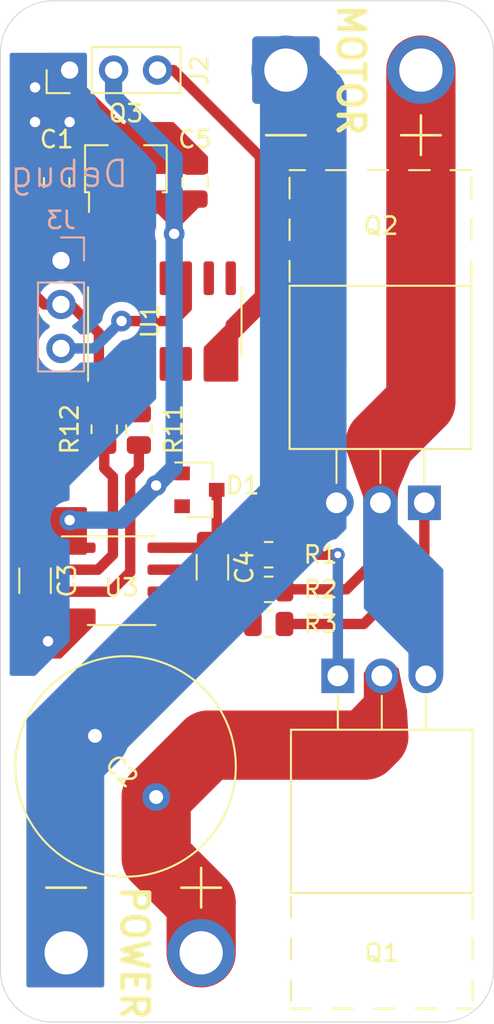
<source format=kicad_pcb>
(kicad_pcb (version 20171130) (host pcbnew 5.99.0+really5.1.10+dfsg1-1)

  (general
    (thickness 1.6)
    (drawings 15)
    (tracks 109)
    (zones 0)
    (modules 20)
    (nets 19)
  )

  (page A4)
  (layers
    (0 F.Cu signal)
    (31 B.Cu signal)
    (32 B.Adhes user)
    (33 F.Adhes user)
    (34 B.Paste user)
    (35 F.Paste user)
    (36 B.SilkS user)
    (37 F.SilkS user)
    (38 B.Mask user)
    (39 F.Mask user)
    (40 Dwgs.User user)
    (41 Cmts.User user)
    (42 Eco1.User user)
    (43 Eco2.User user)
    (44 Edge.Cuts user)
    (45 Margin user)
    (46 B.CrtYd user)
    (47 F.CrtYd user)
    (48 B.Fab user)
    (49 F.Fab user)
  )

  (setup
    (last_trace_width 2)
    (user_trace_width 0.6)
    (user_trace_width 1)
    (user_trace_width 2)
    (user_trace_width 4)
    (trace_clearance 0.2)
    (zone_clearance 0.508)
    (zone_45_only no)
    (trace_min 0.2)
    (via_size 0.8)
    (via_drill 0.4)
    (via_min_size 0.4)
    (via_min_drill 0.3)
    (user_via 1.2 0.6)
    (uvia_size 0.3)
    (uvia_drill 0.1)
    (uvias_allowed no)
    (uvia_min_size 0.2)
    (uvia_min_drill 0.1)
    (edge_width 0.05)
    (segment_width 0.2)
    (pcb_text_width 0.3)
    (pcb_text_size 1.5 1.5)
    (mod_edge_width 0.12)
    (mod_text_size 1 1)
    (mod_text_width 0.15)
    (pad_size 0.9 0.8)
    (pad_drill 0)
    (pad_to_mask_clearance 0.0508)
    (solder_mask_min_width 0.101)
    (aux_axis_origin 0 0)
    (visible_elements FFFFFF7F)
    (pcbplotparams
      (layerselection 0x010fc_ffffffff)
      (usegerberextensions false)
      (usegerberattributes true)
      (usegerberadvancedattributes true)
      (creategerberjobfile true)
      (excludeedgelayer true)
      (linewidth 0.100000)
      (plotframeref false)
      (viasonmask false)
      (mode 1)
      (useauxorigin false)
      (hpglpennumber 1)
      (hpglpenspeed 20)
      (hpglpendiameter 15.000000)
      (psnegative false)
      (psa4output false)
      (plotreference true)
      (plotvalue true)
      (plotinvisibletext false)
      (padsonsilk false)
      (subtractmaskfromsilk false)
      (outputformat 1)
      (mirror false)
      (drillshape 1)
      (scaleselection 1)
      (outputdirectory ""))
  )

  (net 0 "")
  (net 1 "Net-(Q1-Pad1)")
  (net 2 "Net-(Q2-Pad1)")
  (net 3 +BATT)
  (net 4 "Net-(R11-Pad2)")
  (net 5 "Net-(R12-Pad2)")
  (net 6 GND)
  (net 7 +5V)
  (net 8 "/DC Motor Driver and MOSFETS/DC_high")
  (net 9 "/DC Motor Driver and MOSFETS/DC_low")
  (net 10 "/DC Motor Driver and MOSFETS/DC motor MOSFETs/high")
  (net 11 "/DC Motor Driver and MOSFETS/DC motor MOSFETs/low")
  (net 12 "/DC Motor Driver and MOSFETS/output")
  (net 13 -BATT)
  (net 14 14V)
  (net 15 "Net-(C4-Pad1)")
  (net 16 "Net-(J2-Pad3)")
  (net 17 "/DC Motor Driver and MOSFETS/DC motor MOSFETs/load")
  (net 18 "Net-(J3-Pad3)")

  (net_class Default "This is the default net class."
    (clearance 0.2)
    (trace_width 0.25)
    (via_dia 0.8)
    (via_drill 0.4)
    (uvia_dia 0.3)
    (uvia_drill 0.1)
    (add_net +5V)
    (add_net +BATT)
    (add_net -BATT)
    (add_net "/DC Motor Driver and MOSFETS/DC motor MOSFETs/high")
    (add_net "/DC Motor Driver and MOSFETS/DC motor MOSFETs/load")
    (add_net "/DC Motor Driver and MOSFETS/DC motor MOSFETs/low")
    (add_net "/DC Motor Driver and MOSFETS/DC_high")
    (add_net "/DC Motor Driver and MOSFETS/DC_low")
    (add_net "/DC Motor Driver and MOSFETS/output")
    (add_net 14V)
    (add_net GND)
    (add_net "Net-(C4-Pad1)")
    (add_net "Net-(J2-Pad3)")
    (add_net "Net-(J3-Pad3)")
    (add_net "Net-(Q1-Pad1)")
    (add_net "Net-(Q2-Pad1)")
    (add_net "Net-(R11-Pad2)")
    (add_net "Net-(R12-Pad2)")
  )

  (module Capacitor_THT:C_Radial_D12.5mm_H20.0mm_P5.00mm (layer F.Cu) (tedit 5BC5C9BA) (tstamp 614574BD)
    (at 9 46 135)
    (descr "C, Radial series, Radial, pin pitch=5.00mm, diameter=12.5mm, height=20mm, Non-Polar Electrolytic Capacitor")
    (tags "C Radial series Radial pin pitch 5.00mm diameter 12.5mm height 20mm Non-Polar Electrolytic Capacitor")
    (path /61469B9A)
    (fp_text reference C2 (at 2.474874 -0.353553 135) (layer F.SilkS)
      (effects (font (size 1 1) (thickness 0.15)))
    )
    (fp_text value 100uH (at 2.5 7.5 135) (layer F.Fab) hide
      (effects (font (size 1 1) (thickness 0.15)))
    )
    (fp_text user %R (at 2.5 0 135) (layer F.Fab) hide
      (effects (font (size 1 1) (thickness 0.15)))
    )
    (fp_circle (center 2.5 0) (end 9 0) (layer F.CrtYd) (width 0.05))
    (fp_circle (center 2.5 0) (end 8.87 0) (layer F.SilkS) (width 0.12))
    (fp_circle (center 2.5 0) (end 8.75 0) (layer F.Fab) (width 0.1))
    (pad 1 thru_hole circle (at 0 0 135) (size 1.6 1.6) (drill 0.8) (layers *.Cu *.Mask)
      (net 3 +BATT))
    (pad 2 thru_hole circle (at 5 0 135) (size 1.6 1.6) (drill 0.8) (layers *.Cu *.Mask)
      (net 13 -BATT))
    (model ${KISYS3DMOD}/Capacitor_THT.3dshapes/C_Radial_D12.5mm_H20.0mm_P5.00mm.wrl
      (at (xyz 0 0 0))
      (scale (xyz 1 1 1))
      (rotate (xyz 0 0 0))
    )
  )

  (module Connector_PinHeader_2.54mm:PinHeader_1x03_P2.54mm_Vertical (layer B.Cu) (tedit 59FED5CC) (tstamp 615D2042)
    (at 3.5 15 180)
    (descr "Through hole straight pin header, 1x03, 2.54mm pitch, single row")
    (tags "Through hole pin header THT 1x03 2.54mm single row")
    (path /61775A41)
    (fp_text reference J3 (at 0 2.33) (layer B.SilkS)
      (effects (font (size 1 1) (thickness 0.15)) (justify mirror))
    )
    (fp_text value Debug (at 0 -7.41) (layer B.Fab) hide
      (effects (font (size 1 1) (thickness 0.15)) (justify mirror))
    )
    (fp_text user %R (at -2 -2.54) (layer B.Fab) hide
      (effects (font (size 1 1) (thickness 0.15)) (justify mirror))
    )
    (fp_line (start -0.635 1.27) (end 1.27 1.27) (layer B.Fab) (width 0.1))
    (fp_line (start 1.27 1.27) (end 1.27 -6.35) (layer B.Fab) (width 0.1))
    (fp_line (start 1.27 -6.35) (end -1.27 -6.35) (layer B.Fab) (width 0.1))
    (fp_line (start -1.27 -6.35) (end -1.27 0.635) (layer B.Fab) (width 0.1))
    (fp_line (start -1.27 0.635) (end -0.635 1.27) (layer B.Fab) (width 0.1))
    (fp_line (start -1.33 -6.41) (end 1.33 -6.41) (layer B.SilkS) (width 0.12))
    (fp_line (start -1.33 -1.27) (end -1.33 -6.41) (layer B.SilkS) (width 0.12))
    (fp_line (start 1.33 -1.27) (end 1.33 -6.41) (layer B.SilkS) (width 0.12))
    (fp_line (start -1.33 -1.27) (end 1.33 -1.27) (layer B.SilkS) (width 0.12))
    (fp_line (start -1.33 0) (end -1.33 1.33) (layer B.SilkS) (width 0.12))
    (fp_line (start -1.33 1.33) (end 0 1.33) (layer B.SilkS) (width 0.12))
    (fp_line (start -1.8 1.8) (end -1.8 -6.85) (layer B.CrtYd) (width 0.05))
    (fp_line (start -1.8 -6.85) (end 1.8 -6.85) (layer B.CrtYd) (width 0.05))
    (fp_line (start 1.8 -6.85) (end 1.8 1.8) (layer B.CrtYd) (width 0.05))
    (fp_line (start 1.8 1.8) (end -1.8 1.8) (layer B.CrtYd) (width 0.05))
    (pad 3 thru_hole oval (at 0 -5.08 180) (size 1.7 1.7) (drill 1) (layers *.Cu *.Mask)
      (net 18 "Net-(J3-Pad3)"))
    (pad 2 thru_hole oval (at 0 -2.54 180) (size 1.7 1.7) (drill 1) (layers *.Cu *.Mask)
      (net 7 +5V))
    (pad 1 thru_hole rect (at 0 0 180) (size 1.7 1.7) (drill 1) (layers *.Cu *.Mask)
      (net 6 GND))
    (model ${KISYS3DMOD}/Connector_PinHeader_2.54mm.3dshapes/PinHeader_1x03_P2.54mm_Vertical.wrl
      (at (xyz 0 0 0))
      (scale (xyz 1 1 1))
      (rotate (xyz 0 0 0))
    )
  )

  (module Diode_SMD:D_SOT-23_ANK (layer F.Cu) (tedit 615C9F99) (tstamp 61474EEF)
    (at 11.5 28.25)
    (descr "SOT-23, Single Diode")
    (tags SOT-23)
    (path /615A74BD/615A963E)
    (attr smd)
    (fp_text reference D1 (at 2.5 -0.25) (layer F.SilkS)
      (effects (font (size 1 1) (thickness 0.15)))
    )
    (fp_text value "100μA, 25V, <100ns recovery" (at 0 2.5) (layer F.Fab) hide
      (effects (font (size 1 1) (thickness 0.15)))
    )
    (fp_text user %R (at 0 -2.5) (layer F.Fab) hide
      (effects (font (size 1 1) (thickness 0.15)))
    )
    (fp_line (start -0.15 -0.45) (end -0.4 -0.45) (layer F.Fab) (width 0.1))
    (fp_line (start -0.15 -0.25) (end 0.15 -0.45) (layer F.Fab) (width 0.1))
    (fp_line (start -0.15 -0.65) (end -0.15 -0.25) (layer F.Fab) (width 0.1))
    (fp_line (start 0.15 -0.45) (end -0.15 -0.65) (layer F.Fab) (width 0.1))
    (fp_line (start 0.15 -0.45) (end 0.4 -0.45) (layer F.Fab) (width 0.1))
    (fp_line (start 0.15 -0.65) (end 0.15 -0.25) (layer F.Fab) (width 0.1))
    (fp_line (start 0.76 1.58) (end 0.76 0.65) (layer F.SilkS) (width 0.12))
    (fp_line (start 0.76 -1.58) (end 0.76 -0.65) (layer F.SilkS) (width 0.12))
    (fp_line (start 0.7 -1.52) (end 0.7 1.52) (layer F.Fab) (width 0.1))
    (fp_line (start -0.7 1.52) (end 0.7 1.52) (layer F.Fab) (width 0.1))
    (fp_line (start -1.7 -1.75) (end 1.7 -1.75) (layer F.CrtYd) (width 0.05))
    (fp_line (start 1.7 -1.75) (end 1.7 1.75) (layer F.CrtYd) (width 0.05))
    (fp_line (start 1.7 1.75) (end -1.7 1.75) (layer F.CrtYd) (width 0.05))
    (fp_line (start -1.7 1.75) (end -1.7 -1.75) (layer F.CrtYd) (width 0.05))
    (fp_line (start 0.76 -1.58) (end -1.4 -1.58) (layer F.SilkS) (width 0.12))
    (fp_line (start -0.7 -1.52) (end 0.7 -1.52) (layer F.Fab) (width 0.1))
    (fp_line (start -0.7 -1.52) (end -0.7 1.52) (layer F.Fab) (width 0.1))
    (fp_line (start 0.76 1.58) (end -0.7 1.58) (layer F.SilkS) (width 0.12))
    (pad 1 smd rect (at 1 0) (size 0.9 0.8) (layers F.Cu F.Paste F.Mask)
      (net 15 "Net-(C4-Pad1)"))
    (pad "" smd rect (at -1 0.95) (size 0.9 0.8) (layers F.Cu F.Paste F.Mask))
    (pad 2 smd rect (at -1 -0.95) (size 0.9 0.8) (layers F.Cu F.Paste F.Mask)
      (net 14 14V))
    (model ${KISYS3DMOD}/Diode_SMD.3dshapes/D_SOT-23.wrl
      (at (xyz 0 0 0))
      (scale (xyz 1 1 1))
      (rotate (xyz 0 0 0))
    )
  )

  (module Package_TO_SOT_SMD:SOT-89-3 (layer F.Cu) (tedit 5C33D6E8) (tstamp 615C99DD)
    (at 7.25 10 90)
    (descr "SOT-89-3, http://ww1.microchip.com/downloads/en/DeviceDoc/3L_SOT-89_MB_C04-029C.pdf")
    (tags SOT-89-3)
    (path /61735FD4/615975A7)
    (attr smd)
    (fp_text reference Q3 (at 3.5 0) (layer F.SilkS)
      (effects (font (size 1 1) (thickness 0.15)))
    )
    (fp_text value AS78LXX (at 0.3 3.5 90) (layer F.Fab) hide
      (effects (font (size 1 1) (thickness 0.15)))
    )
    (fp_line (start 1.66 1.05) (end 1.66 2.36) (layer F.SilkS) (width 0.12))
    (fp_line (start 1.66 2.36) (end -1.06 2.36) (layer F.SilkS) (width 0.12))
    (fp_line (start -2.2 -2.13) (end -1.06 -2.13) (layer F.SilkS) (width 0.12))
    (fp_line (start 1.66 -2.36) (end 1.66 -1.05) (layer F.SilkS) (width 0.12))
    (fp_line (start -0.95 -1.25) (end 0.05 -2.25) (layer F.Fab) (width 0.1))
    (fp_line (start 1.55 -2.25) (end 1.55 2.25) (layer F.Fab) (width 0.1))
    (fp_line (start 1.55 2.25) (end -0.95 2.25) (layer F.Fab) (width 0.1))
    (fp_line (start -0.95 2.25) (end -0.95 -1.25) (layer F.Fab) (width 0.1))
    (fp_line (start 0.05 -2.25) (end 1.55 -2.25) (layer F.Fab) (width 0.1))
    (fp_line (start 2.55 -2.5) (end 2.55 2.5) (layer F.CrtYd) (width 0.05))
    (fp_line (start 2.55 -2.5) (end -2.55 -2.5) (layer F.CrtYd) (width 0.05))
    (fp_line (start -2.55 2.5) (end 2.55 2.5) (layer F.CrtYd) (width 0.05))
    (fp_line (start -2.55 2.5) (end -2.55 -2.5) (layer F.CrtYd) (width 0.05))
    (fp_line (start -1.06 -2.36) (end 1.66 -2.36) (layer F.SilkS) (width 0.12))
    (fp_line (start -1.06 -2.36) (end -1.06 -2.13) (layer F.SilkS) (width 0.12))
    (fp_line (start -1.06 2.36) (end -1.06 2.13) (layer F.SilkS) (width 0.12))
    (fp_text user %R (at 0.5 0) (layer F.Fab) hide
      (effects (font (size 1 1) (thickness 0.15)))
    )
    (pad 2 smd custom (at -1.5625 0 90) (size 1.475 0.9) (layers F.Cu F.Paste F.Mask)
      (net 6 GND) (zone_connect 2)
      (options (clearance outline) (anchor rect))
      (primitives
        (gr_poly (pts
           (xy 0.7375 -0.8665) (xy 3.8625 -0.8665) (xy 3.8625 0.8665) (xy 0.7375 0.8665)) (width 0))
      ))
    (pad 3 smd rect (at -1.65 1.5 90) (size 1.3 0.9) (layers F.Cu F.Paste F.Mask)
      (net 14 14V))
    (pad 1 smd rect (at -1.65 -1.5 90) (size 1.3 0.9) (layers F.Cu F.Paste F.Mask)
      (net 7 +5V))
    (model ${KISYS3DMOD}/Package_TO_SOT_SMD.3dshapes/SOT-89-3.wrl
      (at (xyz 0 0 0))
      (scale (xyz 1 1 1))
      (rotate (xyz 0 0 0))
    )
  )

  (module Capacitor_SMD:C_0805_2012Metric (layer F.Cu) (tedit 5F68FEEE) (tstamp 615C9891)
    (at 11.25 10.5 90)
    (descr "Capacitor SMD 0805 (2012 Metric), square (rectangular) end terminal, IPC_7351 nominal, (Body size source: IPC-SM-782 page 76, https://www.pcb-3d.com/wordpress/wp-content/uploads/ipc-sm-782a_amendment_1_and_2.pdf, https://docs.google.com/spreadsheets/d/1BsfQQcO9C6DZCsRaXUlFlo91Tg2WpOkGARC1WS5S8t0/edit?usp=sharing), generated with kicad-footprint-generator")
    (tags capacitor)
    (path /61735FD4/615975CB)
    (attr smd)
    (fp_text reference C5 (at 2.5 0) (layer F.SilkS)
      (effects (font (size 1 1) (thickness 0.15)))
    )
    (fp_text value "0.1μF, 25V" (at 0 1.68 90) (layer F.Fab) hide
      (effects (font (size 1 1) (thickness 0.15)))
    )
    (fp_line (start 1.7 0.98) (end -1.7 0.98) (layer F.CrtYd) (width 0.05))
    (fp_line (start 1.7 -0.98) (end 1.7 0.98) (layer F.CrtYd) (width 0.05))
    (fp_line (start -1.7 -0.98) (end 1.7 -0.98) (layer F.CrtYd) (width 0.05))
    (fp_line (start -1.7 0.98) (end -1.7 -0.98) (layer F.CrtYd) (width 0.05))
    (fp_line (start -0.261252 0.735) (end 0.261252 0.735) (layer F.SilkS) (width 0.12))
    (fp_line (start -0.261252 -0.735) (end 0.261252 -0.735) (layer F.SilkS) (width 0.12))
    (fp_line (start 1 0.625) (end -1 0.625) (layer F.Fab) (width 0.1))
    (fp_line (start 1 -0.625) (end 1 0.625) (layer F.Fab) (width 0.1))
    (fp_line (start -1 -0.625) (end 1 -0.625) (layer F.Fab) (width 0.1))
    (fp_line (start -1 0.625) (end -1 -0.625) (layer F.Fab) (width 0.1))
    (fp_text user %R (at 0 0 90) (layer F.Fab) hide
      (effects (font (size 0.5 0.5) (thickness 0.08)))
    )
    (pad 1 smd roundrect (at -0.95 0 90) (size 1 1.45) (layers F.Cu F.Paste F.Mask) (roundrect_rratio 0.25)
      (net 14 14V))
    (pad 2 smd roundrect (at 0.95 0 90) (size 1 1.45) (layers F.Cu F.Paste F.Mask) (roundrect_rratio 0.25)
      (net 6 GND))
    (model ${KISYS3DMOD}/Capacitor_SMD.3dshapes/C_0805_2012Metric.wrl
      (at (xyz 0 0 0))
      (scale (xyz 1 1 1))
      (rotate (xyz 0 0 0))
    )
  )

  (module Capacitor_SMD:C_0805_2012Metric (layer F.Cu) (tedit 5F68FEEE) (tstamp 615C9837)
    (at 3.25 10.5 270)
    (descr "Capacitor SMD 0805 (2012 Metric), square (rectangular) end terminal, IPC_7351 nominal, (Body size source: IPC-SM-782 page 76, https://www.pcb-3d.com/wordpress/wp-content/uploads/ipc-sm-782a_amendment_1_and_2.pdf, https://docs.google.com/spreadsheets/d/1BsfQQcO9C6DZCsRaXUlFlo91Tg2WpOkGARC1WS5S8t0/edit?usp=sharing), generated with kicad-footprint-generator")
    (tags capacitor)
    (path /61735FD4/615975C5)
    (attr smd)
    (fp_text reference C1 (at -2.5 0) (layer F.SilkS)
      (effects (font (size 1 1) (thickness 0.15)))
    )
    (fp_text value "0.33μF, 10V" (at 0 1.68 90) (layer F.Fab) hide
      (effects (font (size 1 1) (thickness 0.15)))
    )
    (fp_line (start -1 0.625) (end -1 -0.625) (layer F.Fab) (width 0.1))
    (fp_line (start -1 -0.625) (end 1 -0.625) (layer F.Fab) (width 0.1))
    (fp_line (start 1 -0.625) (end 1 0.625) (layer F.Fab) (width 0.1))
    (fp_line (start 1 0.625) (end -1 0.625) (layer F.Fab) (width 0.1))
    (fp_line (start -0.261252 -0.735) (end 0.261252 -0.735) (layer F.SilkS) (width 0.12))
    (fp_line (start -0.261252 0.735) (end 0.261252 0.735) (layer F.SilkS) (width 0.12))
    (fp_line (start -1.7 0.98) (end -1.7 -0.98) (layer F.CrtYd) (width 0.05))
    (fp_line (start -1.7 -0.98) (end 1.7 -0.98) (layer F.CrtYd) (width 0.05))
    (fp_line (start 1.7 -0.98) (end 1.7 0.98) (layer F.CrtYd) (width 0.05))
    (fp_line (start 1.7 0.98) (end -1.7 0.98) (layer F.CrtYd) (width 0.05))
    (fp_text user %R (at 0 0 90) (layer F.Fab) hide
      (effects (font (size 0.5 0.5) (thickness 0.08)))
    )
    (pad 2 smd roundrect (at 0.95 0 270) (size 1 1.45) (layers F.Cu F.Paste F.Mask) (roundrect_rratio 0.25)
      (net 7 +5V))
    (pad 1 smd roundrect (at -0.95 0 270) (size 1 1.45) (layers F.Cu F.Paste F.Mask) (roundrect_rratio 0.25)
      (net 6 GND))
    (model ${KISYS3DMOD}/Capacitor_SMD.3dshapes/C_0805_2012Metric.wrl
      (at (xyz 0 0 0))
      (scale (xyz 1 1 1))
      (rotate (xyz 0 0 0))
    )
  )

  (module Connector_Wire:SolderWire-2sqmm_1x02_P7.8mm_D2mm_OD3.9mm (layer F.Cu) (tedit 5EB70B45) (tstamp 61474F50)
    (at 16.5 4)
    (descr "Soldered wire connection, for 2 times 2 mm² wires, reinforced insulation, conductor diameter 2mm, outer diameter 3.9mm, size source Multi-Contact FLEXI-xV 2.0 (https://ec.staubli.com/AcroFiles/Catalogues/TM_Cab-Main-11014119_(en)_hi.pdf), bend radius 3 times outer diameter, generated with kicad-footprint-generator")
    (tags "connector wire 2sqmm")
    (path /61447D49)
    (attr virtual)
    (fp_text reference J4 (at 0 -3.25) (layer F.SilkS) hide
      (effects (font (size 1 1) (thickness 0.15)))
    )
    (fp_text value Motor (at 3.9 3.15) (layer F.Fab) hide
      (effects (font (size 1 1) (thickness 0.15)))
    )
    (fp_text user %R (at 3.9 0 90) (layer F.Fab) hide
      (effects (font (size 1 1) (thickness 0.15)))
    )
    (fp_line (start 10.5 -2.45) (end 5.1 -2.45) (layer F.CrtYd) (width 0.05))
    (fp_line (start 10.5 2.45) (end 10.5 -2.45) (layer F.CrtYd) (width 0.05))
    (fp_line (start 5.1 2.45) (end 10.5 2.45) (layer F.CrtYd) (width 0.05))
    (fp_line (start 5.1 -2.45) (end 5.1 2.45) (layer F.CrtYd) (width 0.05))
    (fp_line (start 2.7 -2.45) (end -2.7 -2.45) (layer F.CrtYd) (width 0.05))
    (fp_line (start 2.7 2.45) (end 2.7 -2.45) (layer F.CrtYd) (width 0.05))
    (fp_line (start -2.7 2.45) (end 2.7 2.45) (layer F.CrtYd) (width 0.05))
    (fp_line (start -2.7 -2.45) (end -2.7 2.45) (layer F.CrtYd) (width 0.05))
    (fp_circle (center 7.8 0) (end 9.75 0) (layer F.Fab) (width 0.1))
    (fp_circle (center 0 0) (end 1.95 0) (layer F.Fab) (width 0.1))
    (pad 2 thru_hole circle (at 7.8 0) (size 3.9 3.9) (drill 2.5) (layers *.Cu *.Mask)
      (net 12 "/DC Motor Driver and MOSFETS/output"))
    (pad 1 thru_hole roundrect (at 0 0) (size 3.9 3.9) (drill 2.5) (layers *.Cu *.Mask) (roundrect_rratio 0.06410299999999999)
      (net 13 -BATT))
    (model ${KISYS3DMOD}/Connector_Wire.3dshapes/SolderWire-2sqmm_1x02_P7.8mm_D2mm_OD3.9mm.wrl
      (at (xyz 0 0 0))
      (scale (xyz 1 1 1))
      (rotate (xyz 0 0 0))
    )
  )

  (module Package_SO:SOIC-8_3.9x4.9mm_P1.27mm (layer F.Cu) (tedit 5D9F72B1) (tstamp 6147514D)
    (at 7 33.5)
    (descr "SOIC, 8 Pin (JEDEC MS-012AA, https://www.analog.com/media/en/package-pcb-resources/package/pkg_pdf/soic_narrow-r/r_8.pdf), generated with kicad-footprint-generator ipc_gullwing_generator.py")
    (tags "SOIC SO")
    (path /615A74BD/615A9644)
    (attr smd)
    (fp_text reference U3 (at 0 0.4) (layer F.SilkS)
      (effects (font (size 1 1) (thickness 0.15)))
    )
    (fp_text value IRS2103 (at 0 3.4) (layer F.Fab) hide
      (effects (font (size 1 1) (thickness 0.15)))
    )
    (fp_line (start 3.7 -2.7) (end -3.7 -2.7) (layer F.CrtYd) (width 0.05))
    (fp_line (start 3.7 2.7) (end 3.7 -2.7) (layer F.CrtYd) (width 0.05))
    (fp_line (start -3.7 2.7) (end 3.7 2.7) (layer F.CrtYd) (width 0.05))
    (fp_line (start -3.7 -2.7) (end -3.7 2.7) (layer F.CrtYd) (width 0.05))
    (fp_line (start -1.95 -1.475) (end -0.975 -2.45) (layer F.Fab) (width 0.1))
    (fp_line (start -1.95 2.45) (end -1.95 -1.475) (layer F.Fab) (width 0.1))
    (fp_line (start 1.95 2.45) (end -1.95 2.45) (layer F.Fab) (width 0.1))
    (fp_line (start 1.95 -2.45) (end 1.95 2.45) (layer F.Fab) (width 0.1))
    (fp_line (start -0.975 -2.45) (end 1.95 -2.45) (layer F.Fab) (width 0.1))
    (fp_line (start 0 -2.56) (end -3.45 -2.56) (layer F.SilkS) (width 0.12))
    (fp_line (start 0 -2.56) (end 1.95 -2.56) (layer F.SilkS) (width 0.12))
    (fp_line (start 0 2.56) (end -1.95 2.56) (layer F.SilkS) (width 0.12))
    (fp_line (start 0 2.56) (end 1.95 2.56) (layer F.SilkS) (width 0.12))
    (fp_text user %R (at 0 0) (layer F.Fab) hide
      (effects (font (size 0.98 0.98) (thickness 0.15)))
    )
    (pad 8 smd roundrect (at 2.475 -1.905) (size 1.95 0.6) (layers F.Cu F.Paste F.Mask) (roundrect_rratio 0.25)
      (net 15 "Net-(C4-Pad1)"))
    (pad 7 smd roundrect (at 2.475 -0.635) (size 1.95 0.6) (layers F.Cu F.Paste F.Mask) (roundrect_rratio 0.25)
      (net 10 "/DC Motor Driver and MOSFETS/DC motor MOSFETs/high"))
    (pad 6 smd roundrect (at 2.475 0.635) (size 1.95 0.6) (layers F.Cu F.Paste F.Mask) (roundrect_rratio 0.25)
      (net 17 "/DC Motor Driver and MOSFETS/DC motor MOSFETs/load"))
    (pad 5 smd roundrect (at 2.475 1.905) (size 1.95 0.6) (layers F.Cu F.Paste F.Mask) (roundrect_rratio 0.25)
      (net 11 "/DC Motor Driver and MOSFETS/DC motor MOSFETs/low"))
    (pad 4 smd roundrect (at -2.475 1.905) (size 1.95 0.6) (layers F.Cu F.Paste F.Mask) (roundrect_rratio 0.25)
      (net 6 GND))
    (pad 3 smd roundrect (at -2.475 0.635) (size 1.95 0.6) (layers F.Cu F.Paste F.Mask) (roundrect_rratio 0.25)
      (net 9 "/DC Motor Driver and MOSFETS/DC_low"))
    (pad 2 smd roundrect (at -2.475 -0.635) (size 1.95 0.6) (layers F.Cu F.Paste F.Mask) (roundrect_rratio 0.25)
      (net 8 "/DC Motor Driver and MOSFETS/DC_high"))
    (pad 1 smd roundrect (at -2.475 -1.905) (size 1.95 0.6) (layers F.Cu F.Paste F.Mask) (roundrect_rratio 0.25)
      (net 14 14V))
    (model ${KISYS3DMOD}/Package_SO.3dshapes/SOIC-8_3.9x4.9mm_P1.27mm.wrl
      (at (xyz 0 0 0))
      (scale (xyz 1 1 1))
      (rotate (xyz 0 0 0))
    )
  )

  (module Resistor_SMD:R_0805_2012Metric (layer F.Cu) (tedit 5F68FEEE) (tstamp 61475035)
    (at 15.5 36 180)
    (descr "Resistor SMD 0805 (2012 Metric), square (rectangular) end terminal, IPC_7351 nominal, (Body size source: IPC-SM-782 page 72, https://www.pcb-3d.com/wordpress/wp-content/uploads/ipc-sm-782a_amendment_1_and_2.pdf), generated with kicad-footprint-generator")
    (tags resistor)
    (path /615A74BD/6147F0CF/613A56FB)
    (attr smd)
    (fp_text reference R3 (at -3 0) (layer F.SilkS)
      (effects (font (size 1 1) (thickness 0.15)))
    )
    (fp_text value 4.7Ω (at 0 1.65) (layer F.Fab) hide
      (effects (font (size 1 1) (thickness 0.15)))
    )
    (fp_line (start 1.68 0.95) (end -1.68 0.95) (layer F.CrtYd) (width 0.05))
    (fp_line (start 1.68 -0.95) (end 1.68 0.95) (layer F.CrtYd) (width 0.05))
    (fp_line (start -1.68 -0.95) (end 1.68 -0.95) (layer F.CrtYd) (width 0.05))
    (fp_line (start -1.68 0.95) (end -1.68 -0.95) (layer F.CrtYd) (width 0.05))
    (fp_line (start -0.227064 0.735) (end 0.227064 0.735) (layer F.SilkS) (width 0.12))
    (fp_line (start -0.227064 -0.735) (end 0.227064 -0.735) (layer F.SilkS) (width 0.12))
    (fp_line (start 1 0.625) (end -1 0.625) (layer F.Fab) (width 0.1))
    (fp_line (start 1 -0.625) (end 1 0.625) (layer F.Fab) (width 0.1))
    (fp_line (start -1 -0.625) (end 1 -0.625) (layer F.Fab) (width 0.1))
    (fp_line (start -1 0.625) (end -1 -0.625) (layer F.Fab) (width 0.1))
    (fp_text user %R (at 0 0) (layer F.Fab) hide
      (effects (font (size 0.5 0.5) (thickness 0.08)))
    )
    (pad 2 smd roundrect (at 0.9125 0 180) (size 1.025 1.4) (layers F.Cu F.Paste F.Mask) (roundrect_rratio 0.243902)
      (net 11 "/DC Motor Driver and MOSFETS/DC motor MOSFETs/low"))
    (pad 1 smd roundrect (at -0.9125 0 180) (size 1.025 1.4) (layers F.Cu F.Paste F.Mask) (roundrect_rratio 0.243902)
      (net 2 "Net-(Q2-Pad1)"))
    (model ${KISYS3DMOD}/Resistor_SMD.3dshapes/R_0805_2012Metric.wrl
      (at (xyz 0 0 0))
      (scale (xyz 1 1 1))
      (rotate (xyz 0 0 0))
    )
  )

  (module Resistor_SMD:R_0805_2012Metric (layer F.Cu) (tedit 5F68FEEE) (tstamp 61475024)
    (at 15.5 34 180)
    (descr "Resistor SMD 0805 (2012 Metric), square (rectangular) end terminal, IPC_7351 nominal, (Body size source: IPC-SM-782 page 72, https://www.pcb-3d.com/wordpress/wp-content/uploads/ipc-sm-782a_amendment_1_and_2.pdf), generated with kicad-footprint-generator")
    (tags resistor)
    (path /615A74BD/6147F0CF/61473E41)
    (attr smd)
    (fp_text reference R2 (at -3 0) (layer F.SilkS)
      (effects (font (size 1 1) (thickness 0.15)))
    )
    (fp_text value 4.7Ω (at 0 1.65) (layer F.Fab) hide
      (effects (font (size 1 1) (thickness 0.15)))
    )
    (fp_line (start 1.68 0.95) (end -1.68 0.95) (layer F.CrtYd) (width 0.05))
    (fp_line (start 1.68 -0.95) (end 1.68 0.95) (layer F.CrtYd) (width 0.05))
    (fp_line (start -1.68 -0.95) (end 1.68 -0.95) (layer F.CrtYd) (width 0.05))
    (fp_line (start -1.68 0.95) (end -1.68 -0.95) (layer F.CrtYd) (width 0.05))
    (fp_line (start -0.227064 0.735) (end 0.227064 0.735) (layer F.SilkS) (width 0.12))
    (fp_line (start -0.227064 -0.735) (end 0.227064 -0.735) (layer F.SilkS) (width 0.12))
    (fp_line (start 1 0.625) (end -1 0.625) (layer F.Fab) (width 0.1))
    (fp_line (start 1 -0.625) (end 1 0.625) (layer F.Fab) (width 0.1))
    (fp_line (start -1 -0.625) (end 1 -0.625) (layer F.Fab) (width 0.1))
    (fp_line (start -1 0.625) (end -1 -0.625) (layer F.Fab) (width 0.1))
    (fp_text user %R (at 0 0) (layer F.Fab) hide
      (effects (font (size 0.5 0.5) (thickness 0.08)))
    )
    (pad 2 smd roundrect (at 0.9125 0 180) (size 1.025 1.4) (layers F.Cu F.Paste F.Mask) (roundrect_rratio 0.243902)
      (net 17 "/DC Motor Driver and MOSFETS/DC motor MOSFETs/load"))
    (pad 1 smd roundrect (at -0.9125 0 180) (size 1.025 1.4) (layers F.Cu F.Paste F.Mask) (roundrect_rratio 0.243902)
      (net 12 "/DC Motor Driver and MOSFETS/output"))
    (model ${KISYS3DMOD}/Resistor_SMD.3dshapes/R_0805_2012Metric.wrl
      (at (xyz 0 0 0))
      (scale (xyz 1 1 1))
      (rotate (xyz 0 0 0))
    )
  )

  (module Resistor_SMD:R_0805_2012Metric (layer F.Cu) (tedit 5F68FEEE) (tstamp 61475013)
    (at 15.5 32 180)
    (descr "Resistor SMD 0805 (2012 Metric), square (rectangular) end terminal, IPC_7351 nominal, (Body size source: IPC-SM-782 page 72, https://www.pcb-3d.com/wordpress/wp-content/uploads/ipc-sm-782a_amendment_1_and_2.pdf), generated with kicad-footprint-generator")
    (tags resistor)
    (path /615A74BD/6147F0CF/613A56F5)
    (attr smd)
    (fp_text reference R1 (at -3 0) (layer F.SilkS)
      (effects (font (size 1 1) (thickness 0.15)))
    )
    (fp_text value 4.7Ω (at 0 1.65) (layer F.Fab) hide
      (effects (font (size 1 1) (thickness 0.15)))
    )
    (fp_line (start 1.68 0.95) (end -1.68 0.95) (layer F.CrtYd) (width 0.05))
    (fp_line (start 1.68 -0.95) (end 1.68 0.95) (layer F.CrtYd) (width 0.05))
    (fp_line (start -1.68 -0.95) (end 1.68 -0.95) (layer F.CrtYd) (width 0.05))
    (fp_line (start -1.68 0.95) (end -1.68 -0.95) (layer F.CrtYd) (width 0.05))
    (fp_line (start -0.227064 0.735) (end 0.227064 0.735) (layer F.SilkS) (width 0.12))
    (fp_line (start -0.227064 -0.735) (end 0.227064 -0.735) (layer F.SilkS) (width 0.12))
    (fp_line (start 1 0.625) (end -1 0.625) (layer F.Fab) (width 0.1))
    (fp_line (start 1 -0.625) (end 1 0.625) (layer F.Fab) (width 0.1))
    (fp_line (start -1 -0.625) (end 1 -0.625) (layer F.Fab) (width 0.1))
    (fp_line (start -1 0.625) (end -1 -0.625) (layer F.Fab) (width 0.1))
    (fp_text user %R (at 0 0) (layer F.Fab) hide
      (effects (font (size 0.5 0.5) (thickness 0.08)))
    )
    (pad 2 smd roundrect (at 0.9125 0 180) (size 1.025 1.4) (layers F.Cu F.Paste F.Mask) (roundrect_rratio 0.243902)
      (net 10 "/DC Motor Driver and MOSFETS/DC motor MOSFETs/high"))
    (pad 1 smd roundrect (at -0.9125 0 180) (size 1.025 1.4) (layers F.Cu F.Paste F.Mask) (roundrect_rratio 0.243902)
      (net 1 "Net-(Q1-Pad1)"))
    (model ${KISYS3DMOD}/Resistor_SMD.3dshapes/R_0805_2012Metric.wrl
      (at (xyz 0 0 0))
      (scale (xyz 1 1 1))
      (rotate (xyz 0 0 0))
    )
  )

  (module mosfets:TO-220F-3_Horizontal_TabUp (layer F.Cu) (tedit 6146846D) (tstamp 61474FD4)
    (at 24.5 29 180)
    (descr "TO-220F-3, Horizontal, RM 2.54mm, see http://www.st.com/resource/en/datasheet/stp20nm60.pdf")
    (tags "TO-220F-3 Horizontal RM 2.54mm")
    (path /615A74BD/6147F0CF/613A56EF)
    (fp_text reference Q2 (at 2.5 16) (layer F.SilkS)
      (effects (font (size 1 1) (thickness 0.15)))
    )
    (fp_text value IRF135B203 (at 2.54 -2) (layer F.Fab) hide
      (effects (font (size 1 1) (thickness 0.15)))
    )
    (fp_text user %R (at 2.54 20.22) (layer F.Fab) hide
      (effects (font (size 1 1) (thickness 0.15)))
    )
    (fp_circle (center 2.54 15.8) (end 4.39 15.8) (layer F.Fab) (width 0.1))
    (fp_line (start -2.59 12.42) (end -2.59 19.1) (layer F.Fab) (width 0.1))
    (fp_line (start -2.59 19.1) (end 7.67 19.1) (layer F.Fab) (width 0.1))
    (fp_line (start 7.67 19.1) (end 7.67 12.42) (layer F.Fab) (width 0.1))
    (fp_line (start 7.67 12.42) (end -2.59 12.42) (layer F.Fab) (width 0.1))
    (fp_line (start -2.59 3.23) (end -2.59 12.42) (layer F.Fab) (width 0.1))
    (fp_line (start -2.59 12.42) (end 7.67 12.42) (layer F.Fab) (width 0.1))
    (fp_line (start 7.67 12.42) (end 7.67 3.23) (layer F.Fab) (width 0.1))
    (fp_line (start 7.67 3.23) (end -2.59 3.23) (layer F.Fab) (width 0.1))
    (fp_line (start 0 3.23) (end 0 0) (layer F.Fab) (width 0.1))
    (fp_line (start 2.54 3.23) (end 2.54 0) (layer F.Fab) (width 0.1))
    (fp_line (start 5.08 3.23) (end 5.08 0) (layer F.Fab) (width 0.1))
    (fp_line (start -2.71 3.11) (end 7.79 3.11) (layer F.SilkS) (width 0.12))
    (fp_line (start -2.71 12.54) (end 7.79 12.54) (layer F.SilkS) (width 0.12))
    (fp_line (start -2.71 3.11) (end -2.71 12.54) (layer F.SilkS) (width 0.12))
    (fp_line (start 7.79 3.11) (end 7.79 12.54) (layer F.SilkS) (width 0.12))
    (fp_line (start -2.71 19.22) (end -1.51 19.22) (layer F.SilkS) (width 0.12))
    (fp_line (start -0.311 19.22) (end 0.89 19.22) (layer F.SilkS) (width 0.12))
    (fp_line (start 2.09 19.22) (end 3.29 19.22) (layer F.SilkS) (width 0.12))
    (fp_line (start 4.49 19.22) (end 5.69 19.22) (layer F.SilkS) (width 0.12))
    (fp_line (start 6.89 19.22) (end 7.79 19.22) (layer F.SilkS) (width 0.12))
    (fp_line (start -2.71 12.78) (end -2.71 13.98) (layer F.SilkS) (width 0.12))
    (fp_line (start -2.71 15.18) (end -2.71 16.38) (layer F.SilkS) (width 0.12))
    (fp_line (start -2.71 17.58) (end -2.71 18.78) (layer F.SilkS) (width 0.12))
    (fp_line (start 7.79 12.78) (end 7.79 13.98) (layer F.SilkS) (width 0.12))
    (fp_line (start 7.79 15.18) (end 7.79 16.38) (layer F.SilkS) (width 0.12))
    (fp_line (start 7.79 17.58) (end 7.79 18.78) (layer F.SilkS) (width 0.12))
    (fp_line (start 0 1.15) (end 0 3.11) (layer F.SilkS) (width 0.12))
    (fp_line (start 2.54 1.15) (end 2.54 3.11) (layer F.SilkS) (width 0.12))
    (fp_line (start 5.08 1.15) (end 5.08 3.11) (layer F.SilkS) (width 0.12))
    (fp_line (start -2.84 -1.25) (end -2.84 19.35) (layer F.CrtYd) (width 0.05))
    (fp_line (start -2.84 19.35) (end 7.92 19.35) (layer F.CrtYd) (width 0.05))
    (fp_line (start 7.92 19.35) (end 7.92 -1.25) (layer F.CrtYd) (width 0.05))
    (fp_line (start 7.92 -1.25) (end -2.84 -1.25) (layer F.CrtYd) (width 0.05))
    (pad 1 thru_hole rect (at 0 0 180) (size 1.905 2) (drill 1.2) (layers *.Cu *.Mask)
      (net 2 "Net-(Q2-Pad1)"))
    (pad 2 thru_hole oval (at 2.54 0 180) (size 1.905 2) (drill 1.2) (layers *.Cu *.Mask)
      (net 12 "/DC Motor Driver and MOSFETS/output"))
    (pad 3 thru_hole oval (at 5.08 0 180) (size 1.905 2) (drill 1.2) (layers *.Cu *.Mask)
      (net 13 -BATT))
    (model ${KISYS3DMOD}/Package_TO_SOT_THT.3dshapes/TO-220F-3_Horizontal_TabUp.wrl
      (at (xyz 0 0 0))
      (scale (xyz 1 1 1))
      (rotate (xyz 0 0 0))
    )
  )

  (module mosfets:TO-220F-3_Horizontal_TabUp (layer F.Cu) (tedit 6146846D) (tstamp 61474FAA)
    (at 19.5 39)
    (descr "TO-220F-3, Horizontal, RM 2.54mm, see http://www.st.com/resource/en/datasheet/stp20nm60.pdf")
    (tags "TO-220F-3 Horizontal RM 2.54mm")
    (path /615A74BD/6147F0CF/613A56E9)
    (fp_text reference Q1 (at 2.54 16) (layer F.SilkS)
      (effects (font (size 1 1) (thickness 0.15)))
    )
    (fp_text value IRF135B203 (at 2.54 -2) (layer F.Fab) hide
      (effects (font (size 1 1) (thickness 0.15)))
    )
    (fp_text user %R (at 2.54 20.22) (layer F.Fab) hide
      (effects (font (size 1 1) (thickness 0.15)))
    )
    (fp_circle (center 2.54 15.8) (end 4.39 15.8) (layer F.Fab) (width 0.1))
    (fp_line (start -2.59 12.42) (end -2.59 19.1) (layer F.Fab) (width 0.1))
    (fp_line (start -2.59 19.1) (end 7.67 19.1) (layer F.Fab) (width 0.1))
    (fp_line (start 7.67 19.1) (end 7.67 12.42) (layer F.Fab) (width 0.1))
    (fp_line (start 7.67 12.42) (end -2.59 12.42) (layer F.Fab) (width 0.1))
    (fp_line (start -2.59 3.23) (end -2.59 12.42) (layer F.Fab) (width 0.1))
    (fp_line (start -2.59 12.42) (end 7.67 12.42) (layer F.Fab) (width 0.1))
    (fp_line (start 7.67 12.42) (end 7.67 3.23) (layer F.Fab) (width 0.1))
    (fp_line (start 7.67 3.23) (end -2.59 3.23) (layer F.Fab) (width 0.1))
    (fp_line (start 0 3.23) (end 0 0) (layer F.Fab) (width 0.1))
    (fp_line (start 2.54 3.23) (end 2.54 0) (layer F.Fab) (width 0.1))
    (fp_line (start 5.08 3.23) (end 5.08 0) (layer F.Fab) (width 0.1))
    (fp_line (start -2.71 3.11) (end 7.79 3.11) (layer F.SilkS) (width 0.12))
    (fp_line (start -2.71 12.54) (end 7.79 12.54) (layer F.SilkS) (width 0.12))
    (fp_line (start -2.71 3.11) (end -2.71 12.54) (layer F.SilkS) (width 0.12))
    (fp_line (start 7.79 3.11) (end 7.79 12.54) (layer F.SilkS) (width 0.12))
    (fp_line (start -2.71 19.22) (end -1.51 19.22) (layer F.SilkS) (width 0.12))
    (fp_line (start -0.311 19.22) (end 0.89 19.22) (layer F.SilkS) (width 0.12))
    (fp_line (start 2.09 19.22) (end 3.29 19.22) (layer F.SilkS) (width 0.12))
    (fp_line (start 4.49 19.22) (end 5.69 19.22) (layer F.SilkS) (width 0.12))
    (fp_line (start 6.89 19.22) (end 7.79 19.22) (layer F.SilkS) (width 0.12))
    (fp_line (start -2.71 12.78) (end -2.71 13.98) (layer F.SilkS) (width 0.12))
    (fp_line (start -2.71 15.18) (end -2.71 16.38) (layer F.SilkS) (width 0.12))
    (fp_line (start -2.71 17.58) (end -2.71 18.78) (layer F.SilkS) (width 0.12))
    (fp_line (start 7.79 12.78) (end 7.79 13.98) (layer F.SilkS) (width 0.12))
    (fp_line (start 7.79 15.18) (end 7.79 16.38) (layer F.SilkS) (width 0.12))
    (fp_line (start 7.79 17.58) (end 7.79 18.78) (layer F.SilkS) (width 0.12))
    (fp_line (start 0 1.15) (end 0 3.11) (layer F.SilkS) (width 0.12))
    (fp_line (start 2.54 1.15) (end 2.54 3.11) (layer F.SilkS) (width 0.12))
    (fp_line (start 5.08 1.15) (end 5.08 3.11) (layer F.SilkS) (width 0.12))
    (fp_line (start -2.84 -1.25) (end -2.84 19.35) (layer F.CrtYd) (width 0.05))
    (fp_line (start -2.84 19.35) (end 7.92 19.35) (layer F.CrtYd) (width 0.05))
    (fp_line (start 7.92 19.35) (end 7.92 -1.25) (layer F.CrtYd) (width 0.05))
    (fp_line (start 7.92 -1.25) (end -2.84 -1.25) (layer F.CrtYd) (width 0.05))
    (pad 1 thru_hole rect (at 0 0) (size 1.905 2) (drill 1.2) (layers *.Cu *.Mask)
      (net 1 "Net-(Q1-Pad1)"))
    (pad 2 thru_hole oval (at 2.54 0) (size 1.905 2) (drill 1.2) (layers *.Cu *.Mask)
      (net 3 +BATT))
    (pad 3 thru_hole oval (at 5.08 0) (size 1.905 2) (drill 1.2) (layers *.Cu *.Mask)
      (net 12 "/DC Motor Driver and MOSFETS/output"))
    (model ${KISYS3DMOD}/Package_TO_SOT_THT.3dshapes/TO-220F-3_Horizontal_TabUp.wrl
      (at (xyz 0 0 0))
      (scale (xyz 1 1 1))
      (rotate (xyz 0 0 0))
    )
  )

  (module Capacitor_SMD:C_1206_3216Metric (layer F.Cu) (tedit 6147A9CA) (tstamp 61474E9C)
    (at 12.25 32.725 270)
    (descr "Capacitor SMD 1206 (3216 Metric), square (rectangular) end terminal, IPC_7351 nominal, (Body size source: IPC-SM-782 page 76, https://www.pcb-3d.com/wordpress/wp-content/uploads/ipc-sm-782a_amendment_1_and_2.pdf), generated with kicad-footprint-generator")
    (tags capacitor)
    (path /615A74BD/615A966B)
    (attr smd)
    (fp_text reference C4 (at 0 -1.85 90) (layer F.SilkS)
      (effects (font (size 1 1) (thickness 0.15)))
    )
    (fp_text value "2.2μF, 25V" (at 0 1.85 90) (layer F.Fab) hide
      (effects (font (size 1 1) (thickness 0.15)))
    )
    (fp_line (start 2.3 1.15) (end -2.3 1.15) (layer F.CrtYd) (width 0.05))
    (fp_line (start 2.3 -1.15) (end 2.3 1.15) (layer F.CrtYd) (width 0.05))
    (fp_line (start -2.3 -1.15) (end 2.3 -1.15) (layer F.CrtYd) (width 0.05))
    (fp_line (start -2.3 1.15) (end -2.3 -1.15) (layer F.CrtYd) (width 0.05))
    (fp_line (start -0.711252 0.91) (end 0.711252 0.91) (layer F.SilkS) (width 0.12))
    (fp_line (start -0.711252 -0.91) (end 0.711252 -0.91) (layer F.SilkS) (width 0.12))
    (fp_line (start 1.6 0.8) (end -1.6 0.8) (layer F.Fab) (width 0.1))
    (fp_line (start 1.6 -0.8) (end 1.6 0.8) (layer F.Fab) (width 0.1))
    (fp_line (start -1.6 -0.8) (end 1.6 -0.8) (layer F.Fab) (width 0.1))
    (fp_line (start -1.6 0.8) (end -1.6 -0.8) (layer F.Fab) (width 0.1))
    (fp_text user %R (at 0 0 90) (layer F.Fab) hide
      (effects (font (size 0.8 0.8) (thickness 0.12)))
    )
    (pad 2 smd roundrect (at 1.475 0 270) (size 1.15 1.8) (layers F.Cu F.Paste F.Mask) (roundrect_rratio 0.217)
      (net 17 "/DC Motor Driver and MOSFETS/DC motor MOSFETs/load"))
    (pad 1 smd roundrect (at -1.475 0 270) (size 1.15 1.8) (layers F.Cu F.Paste F.Mask) (roundrect_rratio 0.217391)
      (net 15 "Net-(C4-Pad1)"))
    (model ${KISYS3DMOD}/Capacitor_SMD.3dshapes/C_1206_3216Metric.wrl
      (at (xyz 0 0 0))
      (scale (xyz 1 1 1))
      (rotate (xyz 0 0 0))
    )
  )

  (module Capacitor_SMD:C_1206_3216Metric (layer F.Cu) (tedit 6147A472) (tstamp 61474E8B)
    (at 2 33.5 270)
    (descr "Capacitor SMD 1206 (3216 Metric), square (rectangular) end terminal, IPC_7351 nominal, (Body size source: IPC-SM-782 page 76, https://www.pcb-3d.com/wordpress/wp-content/uploads/ipc-sm-782a_amendment_1_and_2.pdf), generated with kicad-footprint-generator")
    (tags capacitor)
    (path /615A74BD/615A968A)
    (attr smd)
    (fp_text reference C3 (at 0 -1.85 90) (layer F.SilkS)
      (effects (font (size 1 1) (thickness 0.15)))
    )
    (fp_text value "1μF, >15V" (at 0 1.85 90) (layer F.Fab) hide
      (effects (font (size 1 1) (thickness 0.15)))
    )
    (fp_line (start 2.3 1.15) (end -2.3 1.15) (layer F.CrtYd) (width 0.05))
    (fp_line (start 2.3 -1.15) (end 2.3 1.15) (layer F.CrtYd) (width 0.05))
    (fp_line (start -2.3 -1.15) (end 2.3 -1.15) (layer F.CrtYd) (width 0.05))
    (fp_line (start -2.3 1.15) (end -2.3 -1.15) (layer F.CrtYd) (width 0.05))
    (fp_line (start -0.711252 0.91) (end 0.711252 0.91) (layer F.SilkS) (width 0.12))
    (fp_line (start -0.711252 -0.91) (end 0.711252 -0.91) (layer F.SilkS) (width 0.12))
    (fp_line (start 1.6 0.8) (end -1.6 0.8) (layer F.Fab) (width 0.1))
    (fp_line (start 1.6 -0.8) (end 1.6 0.8) (layer F.Fab) (width 0.1))
    (fp_line (start -1.6 -0.8) (end 1.6 -0.8) (layer F.Fab) (width 0.1))
    (fp_line (start -1.6 0.8) (end -1.6 -0.8) (layer F.Fab) (width 0.1))
    (fp_text user %R (at 0 0 90) (layer F.Fab) hide
      (effects (font (size 0.8 0.8) (thickness 0.12)))
    )
    (pad 2 smd roundrect (at 1.475 0 270) (size 1.15 1.8) (layers F.Cu F.Paste F.Mask) (roundrect_rratio 0.217)
      (net 6 GND))
    (pad 1 smd roundrect (at -1.475 0 270) (size 1.15 1.8) (layers F.Cu F.Paste F.Mask) (roundrect_rratio 0.217391)
      (net 14 14V))
    (model ${KISYS3DMOD}/Capacitor_SMD.3dshapes/C_1206_3216Metric.wrl
      (at (xyz 0 0 0))
      (scale (xyz 1 1 1))
      (rotate (xyz 0 0 0))
    )
  )

  (module Connector_Wire:SolderWire-2sqmm_1x02_P7.8mm_D2mm_OD3.9mm (layer F.Cu) (tedit 5EB70B45) (tstamp 61439205)
    (at 3.8 55)
    (descr "Soldered wire connection, for 2 times 2 mm² wires, reinforced insulation, conductor diameter 2mm, outer diameter 3.9mm, size source Multi-Contact FLEXI-xV 2.0 (https://ec.staubli.com/AcroFiles/Catalogues/TM_Cab-Main-11014119_(en)_hi.pdf), bend radius 3 times outer diameter, generated with kicad-footprint-generator")
    (tags "connector wire 2sqmm")
    (path /61466A24)
    (attr virtual)
    (fp_text reference J1 (at -1.3 3.25) (layer F.SilkS) hide
      (effects (font (size 1 1) (thickness 0.15)))
    )
    (fp_text value Conn_01x02 (at 3.9 3.15) (layer F.Fab) hide
      (effects (font (size 1 1) (thickness 0.15)))
    )
    (fp_circle (center 0 0) (end 1.95 0) (layer F.Fab) (width 0.1))
    (fp_circle (center 7.8 0) (end 9.75 0) (layer F.Fab) (width 0.1))
    (fp_line (start -2.7 -2.45) (end -2.7 2.45) (layer F.CrtYd) (width 0.05))
    (fp_line (start -2.7 2.45) (end 2.7 2.45) (layer F.CrtYd) (width 0.05))
    (fp_line (start 2.7 2.45) (end 2.7 -2.45) (layer F.CrtYd) (width 0.05))
    (fp_line (start 2.7 -2.45) (end -2.7 -2.45) (layer F.CrtYd) (width 0.05))
    (fp_line (start 5.1 -2.45) (end 5.1 2.45) (layer F.CrtYd) (width 0.05))
    (fp_line (start 5.1 2.45) (end 10.5 2.45) (layer F.CrtYd) (width 0.05))
    (fp_line (start 10.5 2.45) (end 10.5 -2.45) (layer F.CrtYd) (width 0.05))
    (fp_line (start 10.5 -2.45) (end 5.1 -2.45) (layer F.CrtYd) (width 0.05))
    (fp_text user %R (at 3.9 0 90) (layer F.Fab) hide
      (effects (font (size 1 1) (thickness 0.15)))
    )
    (pad 2 thru_hole circle (at 7.8 0) (size 3.9 3.9) (drill 2.5) (layers *.Cu *.Mask)
      (net 3 +BATT))
    (pad 1 thru_hole roundrect (at 0 0) (size 3.9 3.9) (drill 2.5) (layers *.Cu *.Mask) (roundrect_rratio 0.06410299999999999)
      (net 13 -BATT))
    (model ${KISYS3DMOD}/Connector_Wire.3dshapes/SolderWire-2sqmm_1x02_P7.8mm_D2mm_OD3.9mm.wrl
      (at (xyz 0 0 0))
      (scale (xyz 1 1 1))
      (rotate (xyz 0 0 0))
    )
  )

  (module Connector_PinHeader_2.54mm:PinHeader_1x03_P2.54mm_Vertical (layer F.Cu) (tedit 59FED5CC) (tstamp 6143921C)
    (at 4 4 90)
    (descr "Through hole straight pin header, 1x03, 2.54mm pitch, single row")
    (tags "Through hole pin header THT 1x03 2.54mm single row")
    (path /614612D8)
    (fp_text reference J2 (at 0 7.5 90) (layer F.SilkS)
      (effects (font (size 1 1) (thickness 0.15)))
    )
    (fp_text value Communications (at 0 7.41 90) (layer F.Fab) hide
      (effects (font (size 1 1) (thickness 0.15)))
    )
    (fp_text user %R (at 0 2.54) (layer F.Fab) hide
      (effects (font (size 1 1) (thickness 0.15)))
    )
    (fp_line (start -0.635 -1.27) (end 1.27 -1.27) (layer F.Fab) (width 0.1))
    (fp_line (start 1.27 -1.27) (end 1.27 6.35) (layer F.Fab) (width 0.1))
    (fp_line (start 1.27 6.35) (end -1.27 6.35) (layer F.Fab) (width 0.1))
    (fp_line (start -1.27 6.35) (end -1.27 -0.635) (layer F.Fab) (width 0.1))
    (fp_line (start -1.27 -0.635) (end -0.635 -1.27) (layer F.Fab) (width 0.1))
    (fp_line (start -1.33 6.41) (end 1.33 6.41) (layer F.SilkS) (width 0.12))
    (fp_line (start -1.33 1.27) (end -1.33 6.41) (layer F.SilkS) (width 0.12))
    (fp_line (start 1.33 1.27) (end 1.33 6.41) (layer F.SilkS) (width 0.12))
    (fp_line (start -1.33 1.27) (end 1.33 1.27) (layer F.SilkS) (width 0.12))
    (fp_line (start -1.33 0) (end -1.33 -1.33) (layer F.SilkS) (width 0.12))
    (fp_line (start -1.33 -1.33) (end 0 -1.33) (layer F.SilkS) (width 0.12))
    (fp_line (start -1.8 -1.8) (end -1.8 6.85) (layer F.CrtYd) (width 0.05))
    (fp_line (start -1.8 6.85) (end 1.8 6.85) (layer F.CrtYd) (width 0.05))
    (fp_line (start 1.8 6.85) (end 1.8 -1.8) (layer F.CrtYd) (width 0.05))
    (fp_line (start 1.8 -1.8) (end -1.8 -1.8) (layer F.CrtYd) (width 0.05))
    (pad 3 thru_hole oval (at 0 5.08 90) (size 1.7 1.7) (drill 1) (layers *.Cu *.Mask)
      (net 16 "Net-(J2-Pad3)"))
    (pad 2 thru_hole oval (at 0 2.54 90) (size 1.7 1.7) (drill 1) (layers *.Cu *.Mask)
      (net 14 14V))
    (pad 1 thru_hole rect (at 0 0 90) (size 1.7 1.7) (drill 1) (layers *.Cu *.Mask)
      (net 6 GND))
    (model ${KISYS3DMOD}/Connector_PinHeader_2.54mm.3dshapes/PinHeader_1x03_P2.54mm_Vertical.wrl
      (at (xyz 0 0 0))
      (scale (xyz 1 1 1))
      (rotate (xyz 0 0 0))
    )
  )

  (module Resistor_SMD:R_0805_2012Metric (layer F.Cu) (tedit 5F68FEEE) (tstamp 613D8C15)
    (at 6 24.75 90)
    (descr "Resistor SMD 0805 (2012 Metric), square (rectangular) end terminal, IPC_7351 nominal, (Body size source: IPC-SM-782 page 72, https://www.pcb-3d.com/wordpress/wp-content/uploads/ipc-sm-782a_amendment_1_and_2.pdf), generated with kicad-footprint-generator")
    (tags resistor)
    (path /615164A2)
    (attr smd)
    (fp_text reference R12 (at 0 -2 90) (layer F.SilkS)
      (effects (font (size 1 1) (thickness 0.15)))
    )
    (fp_text value 301Ω (at 0 1.65 90) (layer F.Fab) hide
      (effects (font (size 1 1) (thickness 0.15)))
    )
    (fp_line (start -1 0.625) (end -1 -0.625) (layer F.Fab) (width 0.1))
    (fp_line (start -1 -0.625) (end 1 -0.625) (layer F.Fab) (width 0.1))
    (fp_line (start 1 -0.625) (end 1 0.625) (layer F.Fab) (width 0.1))
    (fp_line (start 1 0.625) (end -1 0.625) (layer F.Fab) (width 0.1))
    (fp_line (start -0.227064 -0.735) (end 0.227064 -0.735) (layer F.SilkS) (width 0.12))
    (fp_line (start -0.227064 0.735) (end 0.227064 0.735) (layer F.SilkS) (width 0.12))
    (fp_line (start -1.68 0.95) (end -1.68 -0.95) (layer F.CrtYd) (width 0.05))
    (fp_line (start -1.68 -0.95) (end 1.68 -0.95) (layer F.CrtYd) (width 0.05))
    (fp_line (start 1.68 -0.95) (end 1.68 0.95) (layer F.CrtYd) (width 0.05))
    (fp_line (start 1.68 0.95) (end -1.68 0.95) (layer F.CrtYd) (width 0.05))
    (fp_text user %R (at 0 0 90) (layer F.Fab) hide
      (effects (font (size 0.5 0.5) (thickness 0.08)))
    )
    (pad 1 smd roundrect (at -0.9125 0 90) (size 1.025 1.4) (layers F.Cu F.Paste F.Mask) (roundrect_rratio 0.243902)
      (net 8 "/DC Motor Driver and MOSFETS/DC_high"))
    (pad 2 smd roundrect (at 0.9125 0 90) (size 1.025 1.4) (layers F.Cu F.Paste F.Mask) (roundrect_rratio 0.243902)
      (net 5 "Net-(R12-Pad2)"))
    (model ${KISYS3DMOD}/Resistor_SMD.3dshapes/R_0805_2012Metric.wrl
      (at (xyz 0 0 0))
      (scale (xyz 1 1 1))
      (rotate (xyz 0 0 0))
    )
  )

  (module Resistor_SMD:R_0805_2012Metric (layer F.Cu) (tedit 5F68FEEE) (tstamp 613D8C04)
    (at 8 24.75 90)
    (descr "Resistor SMD 0805 (2012 Metric), square (rectangular) end terminal, IPC_7351 nominal, (Body size source: IPC-SM-782 page 72, https://www.pcb-3d.com/wordpress/wp-content/uploads/ipc-sm-782a_amendment_1_and_2.pdf), generated with kicad-footprint-generator")
    (tags resistor)
    (path /615161ED)
    (attr smd)
    (fp_text reference R11 (at 0 2 90) (layer F.SilkS)
      (effects (font (size 1 1) (thickness 0.15)))
    )
    (fp_text value 301Ω (at 0 1.65 90) (layer F.Fab) hide
      (effects (font (size 1 1) (thickness 0.15)))
    )
    (fp_line (start -1 0.625) (end -1 -0.625) (layer F.Fab) (width 0.1))
    (fp_line (start -1 -0.625) (end 1 -0.625) (layer F.Fab) (width 0.1))
    (fp_line (start 1 -0.625) (end 1 0.625) (layer F.Fab) (width 0.1))
    (fp_line (start 1 0.625) (end -1 0.625) (layer F.Fab) (width 0.1))
    (fp_line (start -0.227064 -0.735) (end 0.227064 -0.735) (layer F.SilkS) (width 0.12))
    (fp_line (start -0.227064 0.735) (end 0.227064 0.735) (layer F.SilkS) (width 0.12))
    (fp_line (start -1.68 0.95) (end -1.68 -0.95) (layer F.CrtYd) (width 0.05))
    (fp_line (start -1.68 -0.95) (end 1.68 -0.95) (layer F.CrtYd) (width 0.05))
    (fp_line (start 1.68 -0.95) (end 1.68 0.95) (layer F.CrtYd) (width 0.05))
    (fp_line (start 1.68 0.95) (end -1.68 0.95) (layer F.CrtYd) (width 0.05))
    (fp_text user %R (at 0 0 90) (layer F.Fab) hide
      (effects (font (size 0.5 0.5) (thickness 0.08)))
    )
    (pad 1 smd roundrect (at -0.9125 0 90) (size 1.025 1.4) (layers F.Cu F.Paste F.Mask) (roundrect_rratio 0.243902)
      (net 9 "/DC Motor Driver and MOSFETS/DC_low"))
    (pad 2 smd roundrect (at 0.9125 0 90) (size 1.025 1.4) (layers F.Cu F.Paste F.Mask) (roundrect_rratio 0.243902)
      (net 4 "Net-(R11-Pad2)"))
    (model ${KISYS3DMOD}/Resistor_SMD.3dshapes/R_0805_2012Metric.wrl
      (at (xyz 0 0 0))
      (scale (xyz 1 1 1))
      (rotate (xyz 0 0 0))
    )
  )

  (module Package_SO:SOIC-14_3.9x8.7mm_P1.27mm (layer F.Cu) (tedit 5D9F72B1) (tstamp 612BC8E1)
    (at 9.5 18.5 90)
    (descr "SOIC, 14 Pin (JEDEC MS-012AB, https://www.analog.com/media/en/package-pcb-resources/package/pkg_pdf/soic_narrow-r/r_14.pdf), generated with kicad-footprint-generator ipc_gullwing_generator.py")
    (tags "SOIC SO")
    (path /612BCCF1)
    (attr smd)
    (fp_text reference U1 (at 0 -0.8403 90) (layer F.SilkS)
      (effects (font (size 1 1) (thickness 0.15)))
    )
    (fp_text value ATtiny404-SS (at 0 5.28 90) (layer F.Fab) hide
      (effects (font (size 1 1) (thickness 0.15)))
    )
    (fp_text user %R (at 0 0 90) (layer F.Fab) hide
      (effects (font (size 0.98 0.98) (thickness 0.15)))
    )
    (fp_line (start 3.7 -4.58) (end -3.7 -4.58) (layer F.CrtYd) (width 0.05))
    (fp_line (start 3.7 4.58) (end 3.7 -4.58) (layer F.CrtYd) (width 0.05))
    (fp_line (start -3.7 4.58) (end 3.7 4.58) (layer F.CrtYd) (width 0.05))
    (fp_line (start -3.7 -4.58) (end -3.7 4.58) (layer F.CrtYd) (width 0.05))
    (fp_line (start -1.95 -3.35) (end -0.975 -4.325) (layer F.Fab) (width 0.1))
    (fp_line (start -1.95 4.325) (end -1.95 -3.35) (layer F.Fab) (width 0.1))
    (fp_line (start 1.95 4.325) (end -1.95 4.325) (layer F.Fab) (width 0.1))
    (fp_line (start 1.95 -4.325) (end 1.95 4.325) (layer F.Fab) (width 0.1))
    (fp_line (start -0.975 -4.325) (end 1.95 -4.325) (layer F.Fab) (width 0.1))
    (fp_line (start 0 -4.435) (end -3.45 -4.435) (layer F.SilkS) (width 0.12))
    (fp_line (start 0 -4.435) (end 1.95 -4.435) (layer F.SilkS) (width 0.12))
    (fp_line (start 0 4.435) (end -1.95 4.435) (layer F.SilkS) (width 0.12))
    (fp_line (start 0 4.435) (end 1.95 4.435) (layer F.SilkS) (width 0.12))
    (pad 14 smd roundrect (at 2.475 -3.81 90) (size 1.95 0.6) (layers F.Cu F.Paste F.Mask) (roundrect_rratio 0.25)
      (net 6 GND))
    (pad 13 smd roundrect (at 2.475 -2.54 90) (size 1.95 0.6) (layers F.Cu F.Paste F.Mask) (roundrect_rratio 0.25))
    (pad 12 smd roundrect (at 2.475 -1.27 90) (size 1.95 0.6) (layers F.Cu F.Paste F.Mask) (roundrect_rratio 0.25))
    (pad 11 smd roundrect (at 2.475 0 90) (size 1.95 0.6) (layers F.Cu F.Paste F.Mask) (roundrect_rratio 0.25))
    (pad 10 smd roundrect (at 2.475 1.27 90) (size 1.95 0.6) (layers F.Cu F.Paste F.Mask) (roundrect_rratio 0.25)
      (net 18 "Net-(J3-Pad3)"))
    (pad 9 smd roundrect (at 2.475 2.54 90) (size 1.95 0.6) (layers F.Cu F.Paste F.Mask) (roundrect_rratio 0.25))
    (pad 8 smd roundrect (at 2.475 3.81 90) (size 1.95 0.6) (layers F.Cu F.Paste F.Mask) (roundrect_rratio 0.25))
    (pad 7 smd roundrect (at -2.475 3.81 90) (size 1.95 0.6) (layers F.Cu F.Paste F.Mask) (roundrect_rratio 0.25)
      (net 16 "Net-(J2-Pad3)"))
    (pad 6 smd roundrect (at -2.475 2.54 90) (size 1.95 0.6) (layers F.Cu F.Paste F.Mask) (roundrect_rratio 0.25)
      (net 16 "Net-(J2-Pad3)"))
    (pad 5 smd roundrect (at -2.475 1.27 90) (size 1.95 0.6) (layers F.Cu F.Paste F.Mask) (roundrect_rratio 0.25))
    (pad 4 smd roundrect (at -2.475 0 90) (size 1.95 0.6) (layers F.Cu F.Paste F.Mask) (roundrect_rratio 0.25))
    (pad 3 smd roundrect (at -2.475 -1.27 90) (size 1.95 0.6) (layers F.Cu F.Paste F.Mask) (roundrect_rratio 0.25)
      (net 4 "Net-(R11-Pad2)"))
    (pad 2 smd roundrect (at -2.475 -2.54 90) (size 1.95 0.6) (layers F.Cu F.Paste F.Mask) (roundrect_rratio 0.25)
      (net 5 "Net-(R12-Pad2)"))
    (pad 1 smd roundrect (at -2.475 -3.81 90) (size 1.95 0.6) (layers F.Cu F.Paste F.Mask) (roundrect_rratio 0.25)
      (net 7 +5V))
    (model ${KISYS3DMOD}/Package_SO.3dshapes/SOIC-14_3.9x8.7mm_P1.27mm.wrl
      (at (xyz 0 0 0))
      (scale (xyz 1 1 1))
      (rotate (xyz 0 0 0))
    )
  )

  (gr_text Debug (at 7.5 10) (layer B.SilkS)
    (effects (font (size 1.5 1.5) (thickness 0.15)) (justify left mirror))
  )
  (gr_arc (start 25.5 3) (end 28.5 3) (angle -90) (layer Edge.Cuts) (width 0.05) (tstamp 615D3605))
  (gr_arc (start 25.5 56) (end 25.5 59) (angle -90) (layer Edge.Cuts) (width 0.05) (tstamp 615D3605))
  (gr_arc (start 3 56) (end 0 56) (angle -90) (layer Edge.Cuts) (width 0.05) (tstamp 615D3605))
  (gr_arc (start 3 3) (end 3 0) (angle -90) (layer Edge.Cuts) (width 0.05) (tstamp 615D3605))
  (gr_text MOTOR (at 20.25 4 -90) (layer F.SilkS) (tstamp 6148C629)
    (effects (font (size 1.5 1.5) (thickness 0.3)))
  )
  (gr_text POWER (at 7.75 55 270) (layer F.SilkS)
    (effects (font (size 1.5 1.5) (thickness 0.3)))
  )
  (gr_text - (at 16.5 8 180) (layer F.SilkS) (tstamp 6148573F)
    (effects (font (size 3 3) (thickness 0.15)))
  )
  (gr_text + (at 24.3 8 180) (layer F.SilkS) (tstamp 6148573C)
    (effects (font (size 3 3) (thickness 0.15)))
  )
  (gr_text - (at 3.8 51) (layer F.SilkS) (tstamp 6149B758)
    (effects (font (size 3 3) (thickness 0.15)))
  )
  (gr_text + (at 11.6 51) (layer F.SilkS)
    (effects (font (size 3 3) (thickness 0.15)))
  )
  (gr_line (start 25.5 59) (end 3 59) (layer Edge.Cuts) (width 0.05) (tstamp 613B65C9))
  (gr_line (start 3 0) (end 25.5 0) (layer Edge.Cuts) (width 0.05) (tstamp 613B65C7))
  (gr_line (start 28.5 3) (end 28.5 56) (layer Edge.Cuts) (width 0.05) (tstamp 613B65C0))
  (gr_line (start 0 3) (end 0 56) (layer Edge.Cuts) (width 0.05))

  (via (at 9 28) (size 1.2) (drill 0.6) (layers F.Cu B.Cu) (net 14) (tstamp 615E0972))
  (via (at 19.5 32) (size 0.8) (drill 0.4) (layers F.Cu B.Cu) (net 1))
  (segment (start 19.5 39) (end 19.5 32) (width 0.6) (layer B.Cu) (net 1))
  (segment (start 16.4125 32) (end 19.5 32) (width 0.6) (layer F.Cu) (net 1))
  (segment (start 16.4125 36) (end 21 36) (width 0.6) (layer F.Cu) (net 2))
  (segment (start 24.5 32.5) (end 24.5 29) (width 0.6) (layer F.Cu) (net 2))
  (segment (start 21 36) (end 24.5 32.5) (width 0.6) (layer F.Cu) (net 2))
  (via (at 4 7) (size 1.2) (drill 0.6) (layers F.Cu B.Cu) (net 6))
  (segment (start 7.25 12.75) (end 7.25 11.5625) (width 0.6) (layer F.Cu) (net 6))
  (segment (start 5.69 14.31) (end 7.25 12.75) (width 0.6) (layer F.Cu) (net 6))
  (segment (start 5.5 15) (end 5.69 14.81) (width 0.6) (layer F.Cu) (net 6))
  (segment (start 3.5 15) (end 5.5 15) (width 0.6) (layer F.Cu) (net 6))
  (segment (start 5.69 14.81) (end 5.69 14.31) (width 0.6) (layer F.Cu) (net 6))
  (segment (start 5.69 16.025) (end 5.69 14.81) (width 0.6) (layer F.Cu) (net 6))
  (segment (start 5.55 11.45) (end 5.75 11.65) (width 1) (layer F.Cu) (net 7))
  (segment (start 3.25 11.45) (end 5.55 11.45) (width 1) (layer F.Cu) (net 7))
  (segment (start 5.69 20.975) (end 5.69 19.19) (width 0.6) (layer F.Cu) (net 7))
  (segment (start 4.04 17.54) (end 3.5 17.54) (width 0.6) (layer F.Cu) (net 7))
  (segment (start 5.69 19.19) (end 4.04 17.54) (width 0.6) (layer F.Cu) (net 7))
  (segment (start 1.5 16.5) (end 2.54 17.54) (width 0.6) (layer F.Cu) (net 7))
  (segment (start 2.54 17.54) (end 3.5 17.54) (width 0.6) (layer F.Cu) (net 7))
  (segment (start 1.5 13.2) (end 1.5 16.5) (width 0.6) (layer F.Cu) (net 7))
  (segment (start 3.25 11.45) (end 1.5 13.2) (width 0.6) (layer F.Cu) (net 7))
  (segment (start 9.475 35.405) (end 10.655 35.405) (width 0.6) (layer F.Cu) (net 11))
  (segment (start 11.25 36) (end 14.5875 36) (width 0.6) (layer F.Cu) (net 11))
  (segment (start 10.655 35.405) (end 11.25 36) (width 0.6) (layer F.Cu) (net 11))
  (segment (start 21.96 32.71) (end 21.96 29) (width 2) (layer B.Cu) (net 12))
  (segment (start 24.58 35.33) (end 21.96 32.71) (width 2) (layer B.Cu) (net 12))
  (segment (start 21.96 29) (end 21.96 25.5) (width 2) (layer F.Cu) (net 12))
  (segment (start 24.58 39) (end 24.58 35.33) (width 2) (layer B.Cu) (net 12))
  (segment (start 22.04 39) (end 22.04 42.04) (width 2) (layer F.Cu) (net 3))
  (segment (start 11.6 55) (end 11.6 52.1) (width 4) (layer F.Cu) (net 3))
  (segment (start 9 49.5) (end 9 46) (width 4) (layer F.Cu) (net 3))
  (segment (start 11.6 52.1) (end 9 49.5) (width 4) (layer F.Cu) (net 3))
  (segment (start 9 46) (end 12 43) (width 4) (layer F.Cu) (net 3))
  (segment (start 22.04 42.04) (end 21.58 42.5) (width 2) (layer F.Cu) (net 3))
  (segment (start 21.08 43) (end 21.58 42.5) (width 4) (layer F.Cu) (net 3))
  (segment (start 12 43) (end 21.08 43) (width 4) (layer F.Cu) (net 3))
  (segment (start 8.23 23.6075) (end 8 23.8375) (width 0.6) (layer F.Cu) (net 4))
  (segment (start 8.23 20.975) (end 8.23 23.6075) (width 0.6) (layer F.Cu) (net 4))
  (segment (start 6 23.8375) (end 6 23) (width 0.6) (layer F.Cu) (net 5))
  (segment (start 6.96 22.04) (end 6.96 20.975) (width 0.6) (layer F.Cu) (net 5))
  (segment (start 6 23) (end 6.96 22.04) (width 0.6) (layer F.Cu) (net 5))
  (via (at 2 7) (size 1.2) (drill 0.6) (layers F.Cu B.Cu) (net 6))
  (via (at 2 5) (size 1.2) (drill 0.6) (layers F.Cu B.Cu) (net 6))
  (segment (start 4.525 35.405) (end 2.43 35.405) (width 0.6) (layer F.Cu) (net 6))
  (segment (start 2.43 35.405) (end 2 34.975) (width 0.6) (layer F.Cu) (net 6))
  (segment (start 2 36.25) (end 2.75 37) (width 1) (layer F.Cu) (net 6))
  (via (at 2.75 37) (size 1.2) (drill 0.6) (layers F.Cu B.Cu) (net 6))
  (segment (start 2 34.975) (end 2 36.25) (width 1) (layer F.Cu) (net 6))
  (segment (start 6 27) (end 6 25.6625) (width 0.6) (layer F.Cu) (net 8))
  (segment (start 6.5 27.5) (end 6 27) (width 0.6) (layer F.Cu) (net 8))
  (segment (start 6.5 32) (end 6.5 27.5) (width 0.6) (layer F.Cu) (net 8))
  (segment (start 5.635 32.865) (end 6.5 32) (width 0.6) (layer F.Cu) (net 8))
  (segment (start 4.525 32.865) (end 5.635 32.865) (width 0.6) (layer F.Cu) (net 8))
  (segment (start 8 27) (end 8 25.6625) (width 0.6) (layer F.Cu) (net 9))
  (segment (start 7.5 27.5) (end 8 27) (width 0.6) (layer F.Cu) (net 9))
  (segment (start 6.365 34.135) (end 7.5 33) (width 0.6) (layer F.Cu) (net 9))
  (segment (start 7.5 33) (end 7.5 27.5) (width 0.6) (layer F.Cu) (net 9))
  (segment (start 4.525 34.135) (end 6.365 34.135) (width 0.6) (layer F.Cu) (net 9))
  (segment (start 9.475 32.865) (end 13.135 32.865) (width 0.6) (layer F.Cu) (net 10))
  (segment (start 14 32) (end 14.5875 32) (width 0.6) (layer F.Cu) (net 10))
  (segment (start 13.135 32.865) (end 14 32) (width 0.6) (layer F.Cu) (net 10))
  (segment (start 16.4125 34) (end 20 34) (width 0.6) (layer F.Cu) (net 12))
  (segment (start 21.96 32.04) (end 21.96 29) (width 0.6) (layer F.Cu) (net 12))
  (segment (start 20 34) (end 21.96 32.04) (width 0.6) (layer F.Cu) (net 12))
  (segment (start 24.3 23.16) (end 21.96 25.5) (width 4) (layer F.Cu) (net 12))
  (segment (start 24.3 4) (end 24.3 23.16) (width 4) (layer F.Cu) (net 12))
  (segment (start 16.5 4) (end 18 5.5) (width 4) (layer B.Cu) (net 13))
  (segment (start 18 5.5) (end 18 21) (width 4) (layer B.Cu) (net 13))
  (segment (start 3.8 44.128932) (end 5.464466 42.464466) (width 4) (layer B.Cu) (net 13))
  (segment (start 3.8 55) (end 3.8 44.128932) (width 4) (layer B.Cu) (net 13))
  (segment (start 19.42 29) (end 19 29) (width 2) (layer B.Cu) (net 13))
  (segment (start 8.95 11.45) (end 8.75 11.65) (width 1) (layer F.Cu) (net 14))
  (segment (start 11.25 11.45) (end 8.95 11.45) (width 1) (layer F.Cu) (net 14))
  (via (at 4 30) (size 1.2) (drill 0.6) (layers F.Cu B.Cu) (net 14))
  (via (at 10.04 13.46) (size 1.2) (drill 0.6) (layers F.Cu B.Cu) (net 14))
  (segment (start 10.04 12.66) (end 11.25 11.45) (width 1) (layer F.Cu) (net 14))
  (segment (start 10.04 13.46) (end 10.04 12.66) (width 1) (layer F.Cu) (net 14))
  (segment (start 10.04 12.54) (end 8.95 11.45) (width 1) (layer F.Cu) (net 14))
  (segment (start 10.04 13.46) (end 10.04 12.54) (width 1) (layer F.Cu) (net 14))
  (segment (start 9.7 27.3) (end 9 28) (width 0.6) (layer F.Cu) (net 14))
  (segment (start 10.5 27.3) (end 9.7 27.3) (width 0.6) (layer F.Cu) (net 14))
  (segment (start 7 30) (end 9 28) (width 1) (layer B.Cu) (net 14))
  (segment (start 7 30) (end 4 30) (width 1) (layer B.Cu) (net 14))
  (segment (start 10.04 26.96) (end 10.04 13.46) (width 1) (layer B.Cu) (net 14))
  (segment (start 9 28) (end 10.04 26.96) (width 1) (layer B.Cu) (net 14))
  (segment (start 6.54 4) (end 6.54 5.54) (width 1) (layer B.Cu) (net 14))
  (segment (start 10.04 9.04) (end 10.04 13.46) (width 1) (layer B.Cu) (net 14))
  (segment (start 6.54 5.54) (end 10.04 9.04) (width 1) (layer B.Cu) (net 14))
  (segment (start 11.905 31.595) (end 12.25 31.25) (width 0.6) (layer F.Cu) (net 15))
  (segment (start 9.475 31.595) (end 11.905 31.595) (width 0.6) (layer F.Cu) (net 15))
  (segment (start 12.5 31) (end 12.25 31.25) (width 0.6) (layer F.Cu) (net 15))
  (segment (start 12.5 28.25) (end 12.5 31) (width 0.6) (layer F.Cu) (net 15))
  (segment (start 13.31 18.69) (end 15 17) (width 0.6) (layer F.Cu) (net 16))
  (segment (start 13.31 20.975) (end 13.31 19.69) (width 0.6) (layer F.Cu) (net 16))
  (segment (start 15 17) (end 15 9) (width 0.6) (layer F.Cu) (net 16))
  (segment (start 10 4) (end 9.08 4) (width 0.6) (layer F.Cu) (net 16))
  (segment (start 15 9) (end 10 4) (width 0.6) (layer F.Cu) (net 16))
  (segment (start 12.185 34.135) (end 12.25 34.2) (width 0.6) (layer F.Cu) (net 17))
  (segment (start 9.475 34.135) (end 12.185 34.135) (width 0.6) (layer F.Cu) (net 17))
  (segment (start 14.3875 34.2) (end 14.5875 34) (width 0.6) (layer F.Cu) (net 17))
  (segment (start 12.25 34.2) (end 14.3875 34.2) (width 0.6) (layer F.Cu) (net 17))
  (segment (start 10.77 16.025) (end 10.77 17.73) (width 0.6) (layer F.Cu) (net 18))
  (segment (start 10.77 17.73) (end 10 18.5) (width 0.6) (layer F.Cu) (net 18))
  (via (at 7 18.5) (size 1.2) (drill 0.6) (layers F.Cu B.Cu) (net 18))
  (segment (start 10 18.5) (end 7 18.5) (width 0.6) (layer F.Cu) (net 18))
  (segment (start 5.42 20.08) (end 7 18.5) (width 0.6) (layer B.Cu) (net 18))
  (segment (start 3.5 20.08) (end 5.42 20.08) (width 0.6) (layer B.Cu) (net 18))

  (zone (net 14) (net_name 14V) (layer F.Cu) (tstamp 0) (hatch edge 0.508)
    (connect_pads yes (clearance 0))
    (min_thickness 0.254)
    (fill yes (arc_segments 32) (thermal_gap 0.508) (thermal_bridge_width 0.508))
    (polygon
      (pts
        (xy 1 29.25) (xy 5 29.25) (xy 5 32) (xy 3 32) (xy 3 33)
        (xy 1 33)
      )
    )
    (filled_polygon
      (pts
        (xy 4.873 31.873) (xy 3 31.873) (xy 2.975224 31.87544) (xy 2.951399 31.882667) (xy 2.929443 31.894403)
        (xy 2.910197 31.910197) (xy 2.894403 31.929443) (xy 2.882667 31.951399) (xy 2.87544 31.975224) (xy 2.873 32)
        (xy 2.873 32.873) (xy 1.127 32.873) (xy 1.127 29.377) (xy 4.873 29.377)
      )
    )
  )
  (zone (net 16) (net_name "Net-(J2-Pad3)") (layer F.Cu) (tstamp 0) (hatch edge 0.508)
    (connect_pads yes (clearance 0))
    (min_thickness 0.254)
    (fill yes (arc_segments 32) (thermal_gap 0.508) (thermal_bridge_width 0.508))
    (polygon
      (pts
        (xy 15.25 18) (xy 13.75 19.5) (xy 13.75 22) (xy 11.75 22) (xy 11.75 20)
        (xy 14.75 17) (xy 15.25 17)
      )
    )
    (filled_polygon
      (pts
        (xy 15.123 17.947394) (xy 13.660197 19.410197) (xy 13.644403 19.429443) (xy 13.632667 19.451399) (xy 13.62544 19.475224)
        (xy 13.623 19.5) (xy 13.623 21.873) (xy 11.877 21.873) (xy 11.877 20.052606) (xy 14.802606 17.127)
        (xy 15.123 17.127)
      )
    )
  )
  (zone (net 6) (net_name GND) (layer F.Cu) (tstamp 0) (hatch edge 0.508)
    (connect_pads yes (clearance 0))
    (min_thickness 0.254)
    (fill yes (arc_segments 32) (thermal_gap 0.508) (thermal_bridge_width 0.508))
    (polygon
      (pts
        (xy 1.1 35.25) (xy 5.5 35.25) (xy 5.5 36) (xy 3.5 38) (xy 2 38)
        (xy 1.1 37)
      )
    )
    (filled_polygon
      (pts
        (xy 5.373 35.947394) (xy 3.447394 37.873) (xy 2.056561 37.873) (xy 1.227 36.951265) (xy 1.227 35.377)
        (xy 5.373 35.377)
      )
    )
  )
  (zone (net 3) (net_name +BATT) (layer F.Cu) (tstamp 0) (hatch edge 0.508)
    (connect_pads yes (clearance 0))
    (min_thickness 0.254)
    (fill yes (arc_segments 32) (thermal_gap 0.508) (thermal_bridge_width 0.508))
    (polygon
      (pts
        (xy 23 38.5) (xy 23.5 41) (xy 23.58 42.5) (xy 22 44.5) (xy 20.24 41.03)
        (xy 21 40.25) (xy 21 38.75)
      )
    )
    (filled_polygon
      (pts
        (xy 23.373668 41.015918) (xy 23.450627 42.458891) (xy 22.02344 44.265456) (xy 20.394355 41.053567) (xy 21.090961 40.338629)
        (xy 21.106504 40.31918) (xy 21.117954 40.297073) (xy 21.124871 40.273157) (xy 21.127 40.25) (xy 21.127 38.862113)
        (xy 22.898617 38.640661)
      )
    )
  )
  (zone (net 12) (net_name "/DC Motor Driver and MOSFETS/output") (layer F.Cu) (tstamp 0) (hatch edge 0.508)
    (connect_pads yes (clearance 0))
    (min_thickness 0.254)
    (fill yes (arc_segments 32) (thermal_gap 0.508) (thermal_bridge_width 0.508))
    (polygon
      (pts
        (xy 23 28.25) (xy 22.9 29.5) (xy 22.25 30.25) (xy 21.75 30.25) (xy 21.1 29.5)
        (xy 21 28.75) (xy 20 26) (xy 20 25.75) (xy 23.9 25.7) (xy 23.9 26.1)
      )
    )
    (filled_polygon
      (pts
        (xy 23.773 26.074491) (xy 22.88285 28.20096) (xy 22.875534 28.224758) (xy 22.873404 28.239872) (xy 22.776728 29.448323)
        (xy 22.192008 30.123) (xy 21.807992 30.123) (xy 21.220863 29.445543) (xy 21.125886 28.733215) (xy 21.119354 28.706599)
        (xy 20.127 25.977626) (xy 20.127 25.875383) (xy 23.773 25.828639)
      )
    )
  )
  (zone (net 12) (net_name "/DC Motor Driver and MOSFETS/output") (layer B.Cu) (tstamp 615DC787) (hatch edge 0.508)
    (connect_pads yes (clearance 0))
    (min_thickness 0.254)
    (fill yes (arc_segments 32) (thermal_gap 0.508) (thermal_bridge_width 0.508))
    (polygon
      (pts
        (xy 22.9 30.15) (xy 25.6 32.85) (xy 25.6 39) (xy 24.8 40) (xy 24.2 39.9)
        (xy 23.6 39.2) (xy 23.6 37.7) (xy 21 35.1) (xy 21 29.3) (xy 22.9 29.3)
      )
    )
    (filled_polygon
      (pts
        (xy 22.773 30.15) (xy 22.77544 30.174776) (xy 22.782667 30.198601) (xy 22.794403 30.220557) (xy 22.810197 30.239803)
        (xy 25.473 32.902606) (xy 25.473 38.955452) (xy 24.747379 39.862478) (xy 24.266396 39.782314) (xy 23.727 39.153019)
        (xy 23.727 37.7) (xy 23.72456 37.675224) (xy 23.717333 37.651399) (xy 23.705597 37.629443) (xy 23.689803 37.610197)
        (xy 21.127 35.047394) (xy 21.127 29.427) (xy 22.773 29.427)
      )
    )
  )
  (zone (net 13) (net_name -BATT) (layer B.Cu) (tstamp 0) (hatch edge 0.508)
    (connect_pads yes (clearance 0.508))
    (min_thickness 0.254)
    (fill yes (arc_segments 32) (thermal_gap 0.508) (thermal_bridge_width 0.508))
    (polygon
      (pts
        (xy 20 30.5) (xy 6 44.5) (xy 6 57) (xy 1.5 57) (xy 1.5 41.5)
        (xy 15 28) (xy 15 5) (xy 20 5)
      )
    )
    (filled_polygon
      (pts
        (xy 19.873 30.447394) (xy 19.3448 30.975594) (xy 19.198102 31.004774) (xy 19.009744 31.082795) (xy 18.840226 31.196063)
        (xy 18.696063 31.340226) (xy 18.582795 31.509744) (xy 18.504774 31.698102) (xy 18.475594 31.8448) (xy 5.910197 44.410197)
        (xy 5.894403 44.429443) (xy 5.882667 44.451399) (xy 5.87544 44.475224) (xy 5.873 44.5) (xy 5.873 56.873)
        (xy 1.627 56.873) (xy 1.627 41.552606) (xy 15.089803 28.089803) (xy 15.105597 28.070557) (xy 15.117333 28.048601)
        (xy 15.12456 28.024776) (xy 15.127 28) (xy 15.127 5.127) (xy 19.873 5.127)
      )
    )
  )
  (zone (net 6) (net_name GND) (layer F.Cu) (tstamp 0) (hatch edge 0.508)
    (connect_pads yes (clearance 0.508))
    (min_thickness 0.254)
    (fill yes (arc_segments 32) (thermal_gap 0.508) (thermal_bridge_width 0.508))
    (polygon
      (pts
        (xy 5 5) (xy 7 7) (xy 10 7) (xy 12 9) (xy 12 10)
        (xy 2.5 10) (xy 1 8.5) (xy 1 4.5) (xy 2.5 3) (xy 5 3)
      )
    )
    (filled_polygon
      (pts
        (xy 4.873 5) (xy 4.87544 5.024776) (xy 4.882667 5.048601) (xy 4.894403 5.070557) (xy 4.910197 5.089803)
        (xy 6.910197 7.089803) (xy 6.929443 7.105597) (xy 6.951399 7.117333) (xy 6.975224 7.12456) (xy 7 7.127)
        (xy 9.947394 7.127) (xy 11.873 9.052606) (xy 11.873 9.873) (xy 2.552606 9.873) (xy 1.127 8.447394)
        (xy 1.127 4.552606) (xy 2.552606 3.127) (xy 4.873 3.127)
      )
    )
  )
  (zone (net 6) (net_name GND) (layer B.Cu) (tstamp 0) (hatch edge 0.508)
    (connect_pads yes (clearance 0.508))
    (min_thickness 0.254)
    (fill yes (arc_segments 32) (thermal_gap 0.508) (thermal_bridge_width 0.508))
    (polygon
      (pts
        (xy 5 5) (xy 9 9.5) (xy 9 23) (xy 4 28) (xy 4 37)
        (xy 2 39) (xy 0 39) (xy 0 3) (xy 5 3)
      )
    )
    (filled_polygon
      (pts
        (xy 4.873 5) (xy 4.87544 5.024776) (xy 4.882667 5.048601) (xy 4.894403 5.070557) (xy 4.905079 5.084374)
        (xy 5.410653 5.653144) (xy 5.421423 5.762498) (xy 5.486324 5.976446) (xy 5.486325 5.976447) (xy 5.591717 6.173623)
        (xy 5.733552 6.346449) (xy 5.77686 6.381991) (xy 8.311774 8.916906) (xy 8.873 9.548285) (xy 8.873 13.050176)
        (xy 8.85246 13.099764) (xy 8.805 13.338363) (xy 8.805 13.581637) (xy 8.85246 13.820236) (xy 8.873 13.869824)
        (xy 8.873 22.947394) (xy 3.910197 27.910197) (xy 3.894403 27.929443) (xy 3.882667 27.951399) (xy 3.87544 27.975224)
        (xy 3.873 28) (xy 3.873 28.766067) (xy 3.639764 28.81246) (xy 3.415008 28.905557) (xy 3.212733 29.040713)
        (xy 3.040713 29.212733) (xy 2.905557 29.415008) (xy 2.81246 29.639764) (xy 2.765 29.878363) (xy 2.765 30.121637)
        (xy 2.81246 30.360236) (xy 2.905557 30.584992) (xy 3.040713 30.787267) (xy 3.212733 30.959287) (xy 3.415008 31.094443)
        (xy 3.639764 31.18754) (xy 3.873 31.233933) (xy 3.873 36.947394) (xy 1.947394 38.873) (xy 0.66 38.873)
        (xy 0.66 17.39374) (xy 2.015 17.39374) (xy 2.015 17.68626) (xy 2.072068 17.973158) (xy 2.18401 18.243411)
        (xy 2.346525 18.486632) (xy 2.553368 18.693475) (xy 2.72776 18.81) (xy 2.553368 18.926525) (xy 2.346525 19.133368)
        (xy 2.18401 19.376589) (xy 2.072068 19.646842) (xy 2.015 19.93374) (xy 2.015 20.22626) (xy 2.072068 20.513158)
        (xy 2.18401 20.783411) (xy 2.346525 21.026632) (xy 2.553368 21.233475) (xy 2.796589 21.39599) (xy 3.066842 21.507932)
        (xy 3.35374 21.565) (xy 3.64626 21.565) (xy 3.933158 21.507932) (xy 4.203411 21.39599) (xy 4.446632 21.233475)
        (xy 4.653475 21.026632) (xy 4.661247 21.015) (xy 5.374068 21.015) (xy 5.42 21.019524) (xy 5.465932 21.015)
        (xy 5.603292 21.001471) (xy 5.77954 20.948007) (xy 5.941972 20.861186) (xy 6.084344 20.744344) (xy 6.11363 20.708659)
        (xy 7.08729 19.735) (xy 7.121637 19.735) (xy 7.360236 19.68754) (xy 7.584992 19.594443) (xy 7.787267 19.459287)
        (xy 7.959287 19.287267) (xy 8.094443 19.084992) (xy 8.18754 18.860236) (xy 8.235 18.621637) (xy 8.235 18.378363)
        (xy 8.18754 18.139764) (xy 8.094443 17.915008) (xy 7.959287 17.712733) (xy 7.787267 17.540713) (xy 7.584992 17.405557)
        (xy 7.360236 17.31246) (xy 7.121637 17.265) (xy 6.878363 17.265) (xy 6.639764 17.31246) (xy 6.415008 17.405557)
        (xy 6.212733 17.540713) (xy 6.040713 17.712733) (xy 5.905557 17.915008) (xy 5.81246 18.139764) (xy 5.765 18.378363)
        (xy 5.765 18.41271) (xy 5.032711 19.145) (xy 4.661247 19.145) (xy 4.653475 19.133368) (xy 4.446632 18.926525)
        (xy 4.27224 18.81) (xy 4.446632 18.693475) (xy 4.653475 18.486632) (xy 4.81599 18.243411) (xy 4.927932 17.973158)
        (xy 4.985 17.68626) (xy 4.985 17.39374) (xy 4.927932 17.106842) (xy 4.81599 16.836589) (xy 4.653475 16.593368)
        (xy 4.446632 16.386525) (xy 4.203411 16.22401) (xy 3.933158 16.112068) (xy 3.64626 16.055) (xy 3.35374 16.055)
        (xy 3.066842 16.112068) (xy 2.796589 16.22401) (xy 2.553368 16.386525) (xy 2.346525 16.593368) (xy 2.18401 16.836589)
        (xy 2.072068 17.106842) (xy 2.015 17.39374) (xy 0.66 17.39374) (xy 0.66 3.127) (xy 4.873 3.127)
      )
    )
  )
)

</source>
